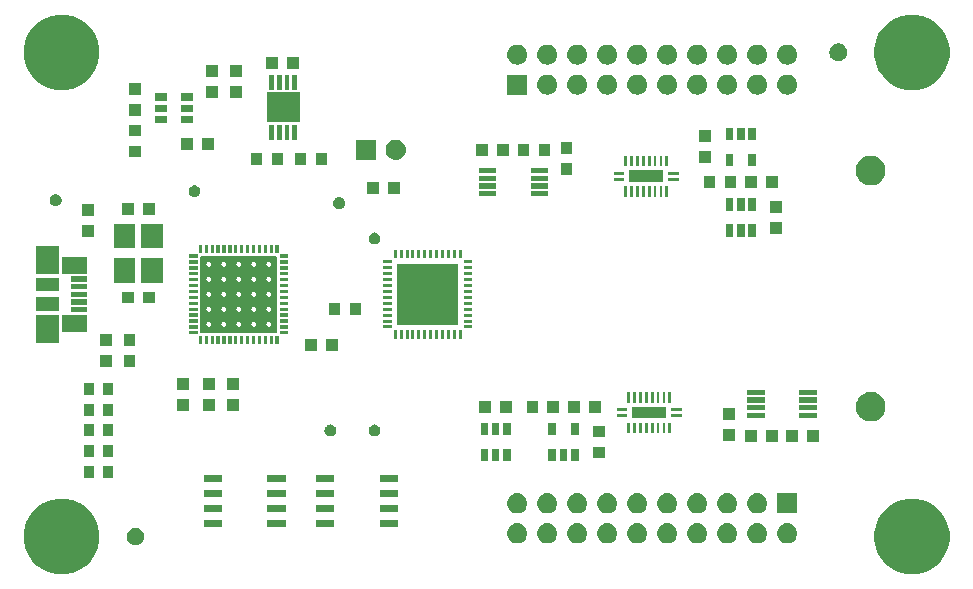
<source format=gts>
G04 #@! TF.GenerationSoftware,KiCad,Pcbnew,5.0.0-rc1-44a33f2~62~ubuntu18.04.1*
G04 #@! TF.CreationDate,2018-04-18T04:45:04+00:00*
G04 #@! TF.ProjectId,glasgow,676C6173676F772E6B696361645F7063,rev?*
G04 #@! TF.SameCoordinates,Original*
G04 #@! TF.FileFunction,Soldermask,Top*
G04 #@! TF.FilePolarity,Negative*
%FSLAX46Y46*%
G04 Gerber Fmt 4.6, Leading zero omitted, Abs format (unit mm)*
G04 Created by KiCad (PCBNEW 5.0.0-rc1-44a33f2~62~ubuntu18.04.1) date Wed Apr 18 04:45:04 2018*
%MOMM*%
%LPD*%
G01*
G04 APERTURE LIST*
%ADD10C,0.150000*%
%ADD11C,0.863600*%
%ADD12C,0.431800*%
%ADD13C,0.100000*%
G04 APERTURE END LIST*
D10*
G36*
X72175000Y-98675000D02*
X71921000Y-98675000D01*
X71921000Y-92325000D01*
X72175000Y-92325000D01*
X72175000Y-98675000D01*
G37*
X72175000Y-98675000D02*
X71921000Y-98675000D01*
X71921000Y-92325000D01*
X72175000Y-92325000D01*
X72175000Y-98675000D01*
G36*
X65825000Y-98675000D02*
X65825000Y-98421000D01*
X72175000Y-98421000D01*
X72175000Y-98675000D01*
X65825000Y-98675000D01*
G37*
X65825000Y-98675000D02*
X65825000Y-98421000D01*
X72175000Y-98421000D01*
X72175000Y-98675000D01*
X65825000Y-98675000D01*
G36*
X65825000Y-92325000D02*
X66079000Y-92325000D01*
X66079000Y-98675000D01*
X65825000Y-98675000D01*
X65825000Y-92325000D01*
G37*
X65825000Y-92325000D02*
X66079000Y-92325000D01*
X66079000Y-98675000D01*
X65825000Y-98675000D01*
X65825000Y-92325000D01*
G36*
X72175000Y-92325000D02*
X72175000Y-92579000D01*
X65825000Y-92579000D01*
X65825000Y-92325000D01*
X72175000Y-92325000D01*
G37*
X72175000Y-92325000D02*
X72175000Y-92579000D01*
X65825000Y-92579000D01*
X65825000Y-92325000D01*
X72175000Y-92325000D01*
D11*
X66460000Y-93595000D02*
X71540000Y-93595000D01*
X66460000Y-94865000D02*
X71540000Y-94865000D01*
X66460000Y-96135000D02*
X71540000Y-96135000D01*
X66460000Y-97405000D02*
X71540000Y-97405000D01*
X70905000Y-92960000D02*
X70905000Y-98040000D01*
X69635000Y-92960000D02*
X69635000Y-98040000D01*
X68365000Y-92960000D02*
X68365000Y-98040000D01*
X67095000Y-92960000D02*
X67095000Y-98040000D01*
D12*
X71959100Y-92960000D02*
G75*
G03X71959100Y-92960000I-419100J0D01*
G01*
X71959100Y-94230000D02*
G75*
G03X71959100Y-94230000I-419100J0D01*
G01*
X70689100Y-94230000D02*
G75*
G03X70689100Y-94230000I-419100J0D01*
G01*
X70689100Y-92960000D02*
G75*
G03X70689100Y-92960000I-419100J0D01*
G01*
X69419100Y-94230000D02*
G75*
G03X69419100Y-94230000I-419100J0D01*
G01*
X69419100Y-92960000D02*
G75*
G03X69419100Y-92960000I-419100J0D01*
G01*
X68149100Y-94230000D02*
G75*
G03X68149100Y-94230000I-419100J0D01*
G01*
X68149100Y-92960000D02*
G75*
G03X68149100Y-92960000I-419100J0D01*
G01*
X66879100Y-92960000D02*
G75*
G03X66879100Y-92960000I-419100J0D01*
G01*
X66879100Y-94230000D02*
G75*
G03X66879100Y-94230000I-419100J0D01*
G01*
X66879100Y-98040000D02*
G75*
G03X66879100Y-98040000I-419100J0D01*
G01*
X68149100Y-98040000D02*
G75*
G03X68149100Y-98040000I-419100J0D01*
G01*
X69419100Y-98040000D02*
G75*
G03X69419100Y-98040000I-419100J0D01*
G01*
X70689100Y-98040000D02*
G75*
G03X70689100Y-98040000I-419100J0D01*
G01*
X71959100Y-98040000D02*
G75*
G03X71959100Y-98040000I-419100J0D01*
G01*
X71959100Y-96770000D02*
G75*
G03X71959100Y-96770000I-419100J0D01*
G01*
X71959100Y-95500000D02*
G75*
G03X71959100Y-95500000I-419100J0D01*
G01*
X70689100Y-95500000D02*
G75*
G03X70689100Y-95500000I-419100J0D01*
G01*
X70689100Y-96770000D02*
G75*
G03X70689100Y-96770000I-419100J0D01*
G01*
X69419100Y-96770000D02*
G75*
G03X69419100Y-96770000I-419100J0D01*
G01*
X68149100Y-96770000D02*
G75*
G03X68149100Y-96770000I-419100J0D01*
G01*
X66879100Y-96770000D02*
G75*
G03X66879100Y-96770000I-419100J0D01*
G01*
X66879100Y-95500000D02*
G75*
G03X66879100Y-95500000I-419100J0D01*
G01*
X69419100Y-95500000D02*
G75*
G03X69419100Y-95500000I-419100J0D01*
G01*
X68149100Y-95500000D02*
G75*
G03X68149100Y-95500000I-419100J0D01*
G01*
D13*
G36*
X126933402Y-112922974D02*
X126933404Y-112922975D01*
X126933405Y-112922975D01*
X127175783Y-113023371D01*
X127515770Y-113164198D01*
X127554385Y-113190000D01*
X128039881Y-113514398D01*
X128485602Y-113960119D01*
X128835803Y-114484232D01*
X128885827Y-114605000D01*
X129077026Y-115066598D01*
X129200000Y-115684825D01*
X129200000Y-116315175D01*
X129077026Y-116933402D01*
X128835802Y-117515770D01*
X128485603Y-118039880D01*
X128039880Y-118485603D01*
X127515770Y-118835802D01*
X127515769Y-118835803D01*
X127515768Y-118835803D01*
X126933405Y-119077025D01*
X126933404Y-119077025D01*
X126933402Y-119077026D01*
X126315175Y-119200000D01*
X125684825Y-119200000D01*
X125066598Y-119077026D01*
X125066596Y-119077025D01*
X125066595Y-119077025D01*
X124484232Y-118835803D01*
X124484231Y-118835803D01*
X124484230Y-118835802D01*
X123960120Y-118485603D01*
X123514397Y-118039880D01*
X123164198Y-117515770D01*
X122922974Y-116933402D01*
X122800000Y-116315175D01*
X122800000Y-115684825D01*
X122922974Y-115066598D01*
X123114174Y-114605000D01*
X123164197Y-114484232D01*
X123514398Y-113960119D01*
X123960119Y-113514398D01*
X124445615Y-113190000D01*
X124484230Y-113164198D01*
X124824217Y-113023371D01*
X125066595Y-112922975D01*
X125066596Y-112922975D01*
X125066598Y-112922974D01*
X125684825Y-112800000D01*
X126315175Y-112800000D01*
X126933402Y-112922974D01*
X126933402Y-112922974D01*
G37*
G36*
X54933402Y-112922974D02*
X54933404Y-112922975D01*
X54933405Y-112922975D01*
X55175783Y-113023371D01*
X55515770Y-113164198D01*
X55554385Y-113190000D01*
X56039881Y-113514398D01*
X56485602Y-113960119D01*
X56835803Y-114484232D01*
X56885827Y-114605000D01*
X57077026Y-115066598D01*
X57200000Y-115684825D01*
X57200000Y-116315175D01*
X57077026Y-116933402D01*
X56835802Y-117515770D01*
X56485603Y-118039880D01*
X56039880Y-118485603D01*
X55515770Y-118835802D01*
X55515769Y-118835803D01*
X55515768Y-118835803D01*
X54933405Y-119077025D01*
X54933404Y-119077025D01*
X54933402Y-119077026D01*
X54315175Y-119200000D01*
X53684825Y-119200000D01*
X53066598Y-119077026D01*
X53066596Y-119077025D01*
X53066595Y-119077025D01*
X52484232Y-118835803D01*
X52484231Y-118835803D01*
X52484230Y-118835802D01*
X51960120Y-118485603D01*
X51514397Y-118039880D01*
X51164198Y-117515770D01*
X50922974Y-116933402D01*
X50800000Y-116315175D01*
X50800000Y-115684825D01*
X50922974Y-115066598D01*
X51114174Y-114605000D01*
X51164197Y-114484232D01*
X51514398Y-113960119D01*
X51960119Y-113514398D01*
X52445615Y-113190000D01*
X52484230Y-113164198D01*
X52824217Y-113023371D01*
X53066595Y-112922975D01*
X53066596Y-112922975D01*
X53066598Y-112922974D01*
X53684825Y-112800000D01*
X54315175Y-112800000D01*
X54933402Y-112922974D01*
X54933402Y-112922974D01*
G37*
G36*
X60468763Y-115278821D02*
X60468764Y-115278821D01*
X60468767Y-115278822D01*
X60605258Y-115335359D01*
X60605260Y-115335360D01*
X60728096Y-115417436D01*
X60832563Y-115521903D01*
X60914641Y-115644742D01*
X60971178Y-115781233D01*
X61000000Y-115926131D01*
X61000000Y-116073869D01*
X60971178Y-116218767D01*
X60931245Y-116315172D01*
X60914640Y-116355260D01*
X60832564Y-116478096D01*
X60728096Y-116582564D01*
X60605260Y-116664640D01*
X60605259Y-116664641D01*
X60605258Y-116664641D01*
X60468767Y-116721178D01*
X60468764Y-116721179D01*
X60468763Y-116721179D01*
X60323871Y-116750000D01*
X60176129Y-116750000D01*
X60031237Y-116721179D01*
X60031236Y-116721179D01*
X60031233Y-116721178D01*
X59894742Y-116664641D01*
X59894741Y-116664641D01*
X59894740Y-116664640D01*
X59771904Y-116582564D01*
X59667436Y-116478096D01*
X59585360Y-116355260D01*
X59568755Y-116315172D01*
X59528822Y-116218767D01*
X59500000Y-116073869D01*
X59500000Y-115926131D01*
X59528822Y-115781233D01*
X59585359Y-115644742D01*
X59667437Y-115521903D01*
X59771904Y-115417436D01*
X59894740Y-115335360D01*
X59894742Y-115335359D01*
X60031233Y-115278822D01*
X60031236Y-115278821D01*
X60031237Y-115278821D01*
X60176129Y-115250000D01*
X60323871Y-115250000D01*
X60468763Y-115278821D01*
X60468763Y-115278821D01*
G37*
G36*
X107976629Y-114892299D02*
X108136855Y-114940903D01*
X108284519Y-115019830D01*
X108413948Y-115126052D01*
X108520170Y-115255481D01*
X108599097Y-115403145D01*
X108647701Y-115563371D01*
X108664113Y-115730000D01*
X108647701Y-115896629D01*
X108599097Y-116056855D01*
X108520170Y-116204519D01*
X108413948Y-116333948D01*
X108284519Y-116440170D01*
X108136855Y-116519097D01*
X107976629Y-116567701D01*
X107851756Y-116580000D01*
X107768244Y-116580000D01*
X107643371Y-116567701D01*
X107483145Y-116519097D01*
X107335481Y-116440170D01*
X107206052Y-116333948D01*
X107099830Y-116204519D01*
X107020903Y-116056855D01*
X106972299Y-115896629D01*
X106955887Y-115730000D01*
X106972299Y-115563371D01*
X107020903Y-115403145D01*
X107099830Y-115255481D01*
X107206052Y-115126052D01*
X107335481Y-115019830D01*
X107483145Y-114940903D01*
X107643371Y-114892299D01*
X107768244Y-114880000D01*
X107851756Y-114880000D01*
X107976629Y-114892299D01*
X107976629Y-114892299D01*
G37*
G36*
X110516629Y-114892299D02*
X110676855Y-114940903D01*
X110824519Y-115019830D01*
X110953948Y-115126052D01*
X111060170Y-115255481D01*
X111139097Y-115403145D01*
X111187701Y-115563371D01*
X111204113Y-115730000D01*
X111187701Y-115896629D01*
X111139097Y-116056855D01*
X111060170Y-116204519D01*
X110953948Y-116333948D01*
X110824519Y-116440170D01*
X110676855Y-116519097D01*
X110516629Y-116567701D01*
X110391756Y-116580000D01*
X110308244Y-116580000D01*
X110183371Y-116567701D01*
X110023145Y-116519097D01*
X109875481Y-116440170D01*
X109746052Y-116333948D01*
X109639830Y-116204519D01*
X109560903Y-116056855D01*
X109512299Y-115896629D01*
X109495887Y-115730000D01*
X109512299Y-115563371D01*
X109560903Y-115403145D01*
X109639830Y-115255481D01*
X109746052Y-115126052D01*
X109875481Y-115019830D01*
X110023145Y-114940903D01*
X110183371Y-114892299D01*
X110308244Y-114880000D01*
X110391756Y-114880000D01*
X110516629Y-114892299D01*
X110516629Y-114892299D01*
G37*
G36*
X105436629Y-114892299D02*
X105596855Y-114940903D01*
X105744519Y-115019830D01*
X105873948Y-115126052D01*
X105980170Y-115255481D01*
X106059097Y-115403145D01*
X106107701Y-115563371D01*
X106124113Y-115730000D01*
X106107701Y-115896629D01*
X106059097Y-116056855D01*
X105980170Y-116204519D01*
X105873948Y-116333948D01*
X105744519Y-116440170D01*
X105596855Y-116519097D01*
X105436629Y-116567701D01*
X105311756Y-116580000D01*
X105228244Y-116580000D01*
X105103371Y-116567701D01*
X104943145Y-116519097D01*
X104795481Y-116440170D01*
X104666052Y-116333948D01*
X104559830Y-116204519D01*
X104480903Y-116056855D01*
X104432299Y-115896629D01*
X104415887Y-115730000D01*
X104432299Y-115563371D01*
X104480903Y-115403145D01*
X104559830Y-115255481D01*
X104666052Y-115126052D01*
X104795481Y-115019830D01*
X104943145Y-114940903D01*
X105103371Y-114892299D01*
X105228244Y-114880000D01*
X105311756Y-114880000D01*
X105436629Y-114892299D01*
X105436629Y-114892299D01*
G37*
G36*
X102896629Y-114892299D02*
X103056855Y-114940903D01*
X103204519Y-115019830D01*
X103333948Y-115126052D01*
X103440170Y-115255481D01*
X103519097Y-115403145D01*
X103567701Y-115563371D01*
X103584113Y-115730000D01*
X103567701Y-115896629D01*
X103519097Y-116056855D01*
X103440170Y-116204519D01*
X103333948Y-116333948D01*
X103204519Y-116440170D01*
X103056855Y-116519097D01*
X102896629Y-116567701D01*
X102771756Y-116580000D01*
X102688244Y-116580000D01*
X102563371Y-116567701D01*
X102403145Y-116519097D01*
X102255481Y-116440170D01*
X102126052Y-116333948D01*
X102019830Y-116204519D01*
X101940903Y-116056855D01*
X101892299Y-115896629D01*
X101875887Y-115730000D01*
X101892299Y-115563371D01*
X101940903Y-115403145D01*
X102019830Y-115255481D01*
X102126052Y-115126052D01*
X102255481Y-115019830D01*
X102403145Y-114940903D01*
X102563371Y-114892299D01*
X102688244Y-114880000D01*
X102771756Y-114880000D01*
X102896629Y-114892299D01*
X102896629Y-114892299D01*
G37*
G36*
X100356629Y-114892299D02*
X100516855Y-114940903D01*
X100664519Y-115019830D01*
X100793948Y-115126052D01*
X100900170Y-115255481D01*
X100979097Y-115403145D01*
X101027701Y-115563371D01*
X101044113Y-115730000D01*
X101027701Y-115896629D01*
X100979097Y-116056855D01*
X100900170Y-116204519D01*
X100793948Y-116333948D01*
X100664519Y-116440170D01*
X100516855Y-116519097D01*
X100356629Y-116567701D01*
X100231756Y-116580000D01*
X100148244Y-116580000D01*
X100023371Y-116567701D01*
X99863145Y-116519097D01*
X99715481Y-116440170D01*
X99586052Y-116333948D01*
X99479830Y-116204519D01*
X99400903Y-116056855D01*
X99352299Y-115896629D01*
X99335887Y-115730000D01*
X99352299Y-115563371D01*
X99400903Y-115403145D01*
X99479830Y-115255481D01*
X99586052Y-115126052D01*
X99715481Y-115019830D01*
X99863145Y-114940903D01*
X100023371Y-114892299D01*
X100148244Y-114880000D01*
X100231756Y-114880000D01*
X100356629Y-114892299D01*
X100356629Y-114892299D01*
G37*
G36*
X95276629Y-114892299D02*
X95436855Y-114940903D01*
X95584519Y-115019830D01*
X95713948Y-115126052D01*
X95820170Y-115255481D01*
X95899097Y-115403145D01*
X95947701Y-115563371D01*
X95964113Y-115730000D01*
X95947701Y-115896629D01*
X95899097Y-116056855D01*
X95820170Y-116204519D01*
X95713948Y-116333948D01*
X95584519Y-116440170D01*
X95436855Y-116519097D01*
X95276629Y-116567701D01*
X95151756Y-116580000D01*
X95068244Y-116580000D01*
X94943371Y-116567701D01*
X94783145Y-116519097D01*
X94635481Y-116440170D01*
X94506052Y-116333948D01*
X94399830Y-116204519D01*
X94320903Y-116056855D01*
X94272299Y-115896629D01*
X94255887Y-115730000D01*
X94272299Y-115563371D01*
X94320903Y-115403145D01*
X94399830Y-115255481D01*
X94506052Y-115126052D01*
X94635481Y-115019830D01*
X94783145Y-114940903D01*
X94943371Y-114892299D01*
X95068244Y-114880000D01*
X95151756Y-114880000D01*
X95276629Y-114892299D01*
X95276629Y-114892299D01*
G37*
G36*
X92736629Y-114892299D02*
X92896855Y-114940903D01*
X93044519Y-115019830D01*
X93173948Y-115126052D01*
X93280170Y-115255481D01*
X93359097Y-115403145D01*
X93407701Y-115563371D01*
X93424113Y-115730000D01*
X93407701Y-115896629D01*
X93359097Y-116056855D01*
X93280170Y-116204519D01*
X93173948Y-116333948D01*
X93044519Y-116440170D01*
X92896855Y-116519097D01*
X92736629Y-116567701D01*
X92611756Y-116580000D01*
X92528244Y-116580000D01*
X92403371Y-116567701D01*
X92243145Y-116519097D01*
X92095481Y-116440170D01*
X91966052Y-116333948D01*
X91859830Y-116204519D01*
X91780903Y-116056855D01*
X91732299Y-115896629D01*
X91715887Y-115730000D01*
X91732299Y-115563371D01*
X91780903Y-115403145D01*
X91859830Y-115255481D01*
X91966052Y-115126052D01*
X92095481Y-115019830D01*
X92243145Y-114940903D01*
X92403371Y-114892299D01*
X92528244Y-114880000D01*
X92611756Y-114880000D01*
X92736629Y-114892299D01*
X92736629Y-114892299D01*
G37*
G36*
X113056629Y-114892299D02*
X113216855Y-114940903D01*
X113364519Y-115019830D01*
X113493948Y-115126052D01*
X113600170Y-115255481D01*
X113679097Y-115403145D01*
X113727701Y-115563371D01*
X113744113Y-115730000D01*
X113727701Y-115896629D01*
X113679097Y-116056855D01*
X113600170Y-116204519D01*
X113493948Y-116333948D01*
X113364519Y-116440170D01*
X113216855Y-116519097D01*
X113056629Y-116567701D01*
X112931756Y-116580000D01*
X112848244Y-116580000D01*
X112723371Y-116567701D01*
X112563145Y-116519097D01*
X112415481Y-116440170D01*
X112286052Y-116333948D01*
X112179830Y-116204519D01*
X112100903Y-116056855D01*
X112052299Y-115896629D01*
X112035887Y-115730000D01*
X112052299Y-115563371D01*
X112100903Y-115403145D01*
X112179830Y-115255481D01*
X112286052Y-115126052D01*
X112415481Y-115019830D01*
X112563145Y-114940903D01*
X112723371Y-114892299D01*
X112848244Y-114880000D01*
X112931756Y-114880000D01*
X113056629Y-114892299D01*
X113056629Y-114892299D01*
G37*
G36*
X115596629Y-114892299D02*
X115756855Y-114940903D01*
X115904519Y-115019830D01*
X116033948Y-115126052D01*
X116140170Y-115255481D01*
X116219097Y-115403145D01*
X116267701Y-115563371D01*
X116284113Y-115730000D01*
X116267701Y-115896629D01*
X116219097Y-116056855D01*
X116140170Y-116204519D01*
X116033948Y-116333948D01*
X115904519Y-116440170D01*
X115756855Y-116519097D01*
X115596629Y-116567701D01*
X115471756Y-116580000D01*
X115388244Y-116580000D01*
X115263371Y-116567701D01*
X115103145Y-116519097D01*
X114955481Y-116440170D01*
X114826052Y-116333948D01*
X114719830Y-116204519D01*
X114640903Y-116056855D01*
X114592299Y-115896629D01*
X114575887Y-115730000D01*
X114592299Y-115563371D01*
X114640903Y-115403145D01*
X114719830Y-115255481D01*
X114826052Y-115126052D01*
X114955481Y-115019830D01*
X115103145Y-114940903D01*
X115263371Y-114892299D01*
X115388244Y-114880000D01*
X115471756Y-114880000D01*
X115596629Y-114892299D01*
X115596629Y-114892299D01*
G37*
G36*
X97816629Y-114892299D02*
X97976855Y-114940903D01*
X98124519Y-115019830D01*
X98253948Y-115126052D01*
X98360170Y-115255481D01*
X98439097Y-115403145D01*
X98487701Y-115563371D01*
X98504113Y-115730000D01*
X98487701Y-115896629D01*
X98439097Y-116056855D01*
X98360170Y-116204519D01*
X98253948Y-116333948D01*
X98124519Y-116440170D01*
X97976855Y-116519097D01*
X97816629Y-116567701D01*
X97691756Y-116580000D01*
X97608244Y-116580000D01*
X97483371Y-116567701D01*
X97323145Y-116519097D01*
X97175481Y-116440170D01*
X97046052Y-116333948D01*
X96939830Y-116204519D01*
X96860903Y-116056855D01*
X96812299Y-115896629D01*
X96795887Y-115730000D01*
X96812299Y-115563371D01*
X96860903Y-115403145D01*
X96939830Y-115255481D01*
X97046052Y-115126052D01*
X97175481Y-115019830D01*
X97323145Y-114940903D01*
X97483371Y-114892299D01*
X97608244Y-114880000D01*
X97691756Y-114880000D01*
X97816629Y-114892299D01*
X97816629Y-114892299D01*
G37*
G36*
X72975000Y-115205000D02*
X71425000Y-115205000D01*
X71425000Y-114605000D01*
X72975000Y-114605000D01*
X72975000Y-115205000D01*
X72975000Y-115205000D01*
G37*
G36*
X67575000Y-115205000D02*
X66025000Y-115205000D01*
X66025000Y-114605000D01*
X67575000Y-114605000D01*
X67575000Y-115205000D01*
X67575000Y-115205000D01*
G37*
G36*
X77075000Y-115205000D02*
X75525000Y-115205000D01*
X75525000Y-114605000D01*
X77075000Y-114605000D01*
X77075000Y-115205000D01*
X77075000Y-115205000D01*
G37*
G36*
X82475000Y-115205000D02*
X80925000Y-115205000D01*
X80925000Y-114605000D01*
X82475000Y-114605000D01*
X82475000Y-115205000D01*
X82475000Y-115205000D01*
G37*
G36*
X107976629Y-112352299D02*
X108136855Y-112400903D01*
X108284519Y-112479830D01*
X108413948Y-112586052D01*
X108520170Y-112715481D01*
X108599097Y-112863145D01*
X108647701Y-113023371D01*
X108664113Y-113190000D01*
X108647701Y-113356629D01*
X108599097Y-113516855D01*
X108520170Y-113664519D01*
X108413948Y-113793948D01*
X108284519Y-113900170D01*
X108136855Y-113979097D01*
X107976629Y-114027701D01*
X107851756Y-114040000D01*
X107768244Y-114040000D01*
X107643371Y-114027701D01*
X107483145Y-113979097D01*
X107335481Y-113900170D01*
X107206052Y-113793948D01*
X107099830Y-113664519D01*
X107020903Y-113516855D01*
X106972299Y-113356629D01*
X106955887Y-113190000D01*
X106972299Y-113023371D01*
X107020903Y-112863145D01*
X107099830Y-112715481D01*
X107206052Y-112586052D01*
X107335481Y-112479830D01*
X107483145Y-112400903D01*
X107643371Y-112352299D01*
X107768244Y-112340000D01*
X107851756Y-112340000D01*
X107976629Y-112352299D01*
X107976629Y-112352299D01*
G37*
G36*
X113056629Y-112352299D02*
X113216855Y-112400903D01*
X113364519Y-112479830D01*
X113493948Y-112586052D01*
X113600170Y-112715481D01*
X113679097Y-112863145D01*
X113727701Y-113023371D01*
X113744113Y-113190000D01*
X113727701Y-113356629D01*
X113679097Y-113516855D01*
X113600170Y-113664519D01*
X113493948Y-113793948D01*
X113364519Y-113900170D01*
X113216855Y-113979097D01*
X113056629Y-114027701D01*
X112931756Y-114040000D01*
X112848244Y-114040000D01*
X112723371Y-114027701D01*
X112563145Y-113979097D01*
X112415481Y-113900170D01*
X112286052Y-113793948D01*
X112179830Y-113664519D01*
X112100903Y-113516855D01*
X112052299Y-113356629D01*
X112035887Y-113190000D01*
X112052299Y-113023371D01*
X112100903Y-112863145D01*
X112179830Y-112715481D01*
X112286052Y-112586052D01*
X112415481Y-112479830D01*
X112563145Y-112400903D01*
X112723371Y-112352299D01*
X112848244Y-112340000D01*
X112931756Y-112340000D01*
X113056629Y-112352299D01*
X113056629Y-112352299D01*
G37*
G36*
X116280000Y-114040000D02*
X114580000Y-114040000D01*
X114580000Y-112340000D01*
X116280000Y-112340000D01*
X116280000Y-114040000D01*
X116280000Y-114040000D01*
G37*
G36*
X110516629Y-112352299D02*
X110676855Y-112400903D01*
X110824519Y-112479830D01*
X110953948Y-112586052D01*
X111060170Y-112715481D01*
X111139097Y-112863145D01*
X111187701Y-113023371D01*
X111204113Y-113190000D01*
X111187701Y-113356629D01*
X111139097Y-113516855D01*
X111060170Y-113664519D01*
X110953948Y-113793948D01*
X110824519Y-113900170D01*
X110676855Y-113979097D01*
X110516629Y-114027701D01*
X110391756Y-114040000D01*
X110308244Y-114040000D01*
X110183371Y-114027701D01*
X110023145Y-113979097D01*
X109875481Y-113900170D01*
X109746052Y-113793948D01*
X109639830Y-113664519D01*
X109560903Y-113516855D01*
X109512299Y-113356629D01*
X109495887Y-113190000D01*
X109512299Y-113023371D01*
X109560903Y-112863145D01*
X109639830Y-112715481D01*
X109746052Y-112586052D01*
X109875481Y-112479830D01*
X110023145Y-112400903D01*
X110183371Y-112352299D01*
X110308244Y-112340000D01*
X110391756Y-112340000D01*
X110516629Y-112352299D01*
X110516629Y-112352299D01*
G37*
G36*
X92736629Y-112352299D02*
X92896855Y-112400903D01*
X93044519Y-112479830D01*
X93173948Y-112586052D01*
X93280170Y-112715481D01*
X93359097Y-112863145D01*
X93407701Y-113023371D01*
X93424113Y-113190000D01*
X93407701Y-113356629D01*
X93359097Y-113516855D01*
X93280170Y-113664519D01*
X93173948Y-113793948D01*
X93044519Y-113900170D01*
X92896855Y-113979097D01*
X92736629Y-114027701D01*
X92611756Y-114040000D01*
X92528244Y-114040000D01*
X92403371Y-114027701D01*
X92243145Y-113979097D01*
X92095481Y-113900170D01*
X91966052Y-113793948D01*
X91859830Y-113664519D01*
X91780903Y-113516855D01*
X91732299Y-113356629D01*
X91715887Y-113190000D01*
X91732299Y-113023371D01*
X91780903Y-112863145D01*
X91859830Y-112715481D01*
X91966052Y-112586052D01*
X92095481Y-112479830D01*
X92243145Y-112400903D01*
X92403371Y-112352299D01*
X92528244Y-112340000D01*
X92611756Y-112340000D01*
X92736629Y-112352299D01*
X92736629Y-112352299D01*
G37*
G36*
X105436629Y-112352299D02*
X105596855Y-112400903D01*
X105744519Y-112479830D01*
X105873948Y-112586052D01*
X105980170Y-112715481D01*
X106059097Y-112863145D01*
X106107701Y-113023371D01*
X106124113Y-113190000D01*
X106107701Y-113356629D01*
X106059097Y-113516855D01*
X105980170Y-113664519D01*
X105873948Y-113793948D01*
X105744519Y-113900170D01*
X105596855Y-113979097D01*
X105436629Y-114027701D01*
X105311756Y-114040000D01*
X105228244Y-114040000D01*
X105103371Y-114027701D01*
X104943145Y-113979097D01*
X104795481Y-113900170D01*
X104666052Y-113793948D01*
X104559830Y-113664519D01*
X104480903Y-113516855D01*
X104432299Y-113356629D01*
X104415887Y-113190000D01*
X104432299Y-113023371D01*
X104480903Y-112863145D01*
X104559830Y-112715481D01*
X104666052Y-112586052D01*
X104795481Y-112479830D01*
X104943145Y-112400903D01*
X105103371Y-112352299D01*
X105228244Y-112340000D01*
X105311756Y-112340000D01*
X105436629Y-112352299D01*
X105436629Y-112352299D01*
G37*
G36*
X102896629Y-112352299D02*
X103056855Y-112400903D01*
X103204519Y-112479830D01*
X103333948Y-112586052D01*
X103440170Y-112715481D01*
X103519097Y-112863145D01*
X103567701Y-113023371D01*
X103584113Y-113190000D01*
X103567701Y-113356629D01*
X103519097Y-113516855D01*
X103440170Y-113664519D01*
X103333948Y-113793948D01*
X103204519Y-113900170D01*
X103056855Y-113979097D01*
X102896629Y-114027701D01*
X102771756Y-114040000D01*
X102688244Y-114040000D01*
X102563371Y-114027701D01*
X102403145Y-113979097D01*
X102255481Y-113900170D01*
X102126052Y-113793948D01*
X102019830Y-113664519D01*
X101940903Y-113516855D01*
X101892299Y-113356629D01*
X101875887Y-113190000D01*
X101892299Y-113023371D01*
X101940903Y-112863145D01*
X102019830Y-112715481D01*
X102126052Y-112586052D01*
X102255481Y-112479830D01*
X102403145Y-112400903D01*
X102563371Y-112352299D01*
X102688244Y-112340000D01*
X102771756Y-112340000D01*
X102896629Y-112352299D01*
X102896629Y-112352299D01*
G37*
G36*
X95276629Y-112352299D02*
X95436855Y-112400903D01*
X95584519Y-112479830D01*
X95713948Y-112586052D01*
X95820170Y-112715481D01*
X95899097Y-112863145D01*
X95947701Y-113023371D01*
X95964113Y-113190000D01*
X95947701Y-113356629D01*
X95899097Y-113516855D01*
X95820170Y-113664519D01*
X95713948Y-113793948D01*
X95584519Y-113900170D01*
X95436855Y-113979097D01*
X95276629Y-114027701D01*
X95151756Y-114040000D01*
X95068244Y-114040000D01*
X94943371Y-114027701D01*
X94783145Y-113979097D01*
X94635481Y-113900170D01*
X94506052Y-113793948D01*
X94399830Y-113664519D01*
X94320903Y-113516855D01*
X94272299Y-113356629D01*
X94255887Y-113190000D01*
X94272299Y-113023371D01*
X94320903Y-112863145D01*
X94399830Y-112715481D01*
X94506052Y-112586052D01*
X94635481Y-112479830D01*
X94783145Y-112400903D01*
X94943371Y-112352299D01*
X95068244Y-112340000D01*
X95151756Y-112340000D01*
X95276629Y-112352299D01*
X95276629Y-112352299D01*
G37*
G36*
X100356629Y-112352299D02*
X100516855Y-112400903D01*
X100664519Y-112479830D01*
X100793948Y-112586052D01*
X100900170Y-112715481D01*
X100979097Y-112863145D01*
X101027701Y-113023371D01*
X101044113Y-113190000D01*
X101027701Y-113356629D01*
X100979097Y-113516855D01*
X100900170Y-113664519D01*
X100793948Y-113793948D01*
X100664519Y-113900170D01*
X100516855Y-113979097D01*
X100356629Y-114027701D01*
X100231756Y-114040000D01*
X100148244Y-114040000D01*
X100023371Y-114027701D01*
X99863145Y-113979097D01*
X99715481Y-113900170D01*
X99586052Y-113793948D01*
X99479830Y-113664519D01*
X99400903Y-113516855D01*
X99352299Y-113356629D01*
X99335887Y-113190000D01*
X99352299Y-113023371D01*
X99400903Y-112863145D01*
X99479830Y-112715481D01*
X99586052Y-112586052D01*
X99715481Y-112479830D01*
X99863145Y-112400903D01*
X100023371Y-112352299D01*
X100148244Y-112340000D01*
X100231756Y-112340000D01*
X100356629Y-112352299D01*
X100356629Y-112352299D01*
G37*
G36*
X97816629Y-112352299D02*
X97976855Y-112400903D01*
X98124519Y-112479830D01*
X98253948Y-112586052D01*
X98360170Y-112715481D01*
X98439097Y-112863145D01*
X98487701Y-113023371D01*
X98504113Y-113190000D01*
X98487701Y-113356629D01*
X98439097Y-113516855D01*
X98360170Y-113664519D01*
X98253948Y-113793948D01*
X98124519Y-113900170D01*
X97976855Y-113979097D01*
X97816629Y-114027701D01*
X97691756Y-114040000D01*
X97608244Y-114040000D01*
X97483371Y-114027701D01*
X97323145Y-113979097D01*
X97175481Y-113900170D01*
X97046052Y-113793948D01*
X96939830Y-113664519D01*
X96860903Y-113516855D01*
X96812299Y-113356629D01*
X96795887Y-113190000D01*
X96812299Y-113023371D01*
X96860903Y-112863145D01*
X96939830Y-112715481D01*
X97046052Y-112586052D01*
X97175481Y-112479830D01*
X97323145Y-112400903D01*
X97483371Y-112352299D01*
X97608244Y-112340000D01*
X97691756Y-112340000D01*
X97816629Y-112352299D01*
X97816629Y-112352299D01*
G37*
G36*
X77075000Y-113935000D02*
X75525000Y-113935000D01*
X75525000Y-113335000D01*
X77075000Y-113335000D01*
X77075000Y-113935000D01*
X77075000Y-113935000D01*
G37*
G36*
X72975000Y-113935000D02*
X71425000Y-113935000D01*
X71425000Y-113335000D01*
X72975000Y-113335000D01*
X72975000Y-113935000D01*
X72975000Y-113935000D01*
G37*
G36*
X67575000Y-113935000D02*
X66025000Y-113935000D01*
X66025000Y-113335000D01*
X67575000Y-113335000D01*
X67575000Y-113935000D01*
X67575000Y-113935000D01*
G37*
G36*
X82475000Y-113935000D02*
X80925000Y-113935000D01*
X80925000Y-113335000D01*
X82475000Y-113335000D01*
X82475000Y-113935000D01*
X82475000Y-113935000D01*
G37*
G36*
X82475000Y-112665000D02*
X80925000Y-112665000D01*
X80925000Y-112065000D01*
X82475000Y-112065000D01*
X82475000Y-112665000D01*
X82475000Y-112665000D01*
G37*
G36*
X77075000Y-112665000D02*
X75525000Y-112665000D01*
X75525000Y-112065000D01*
X77075000Y-112065000D01*
X77075000Y-112665000D01*
X77075000Y-112665000D01*
G37*
G36*
X67575000Y-112665000D02*
X66025000Y-112665000D01*
X66025000Y-112065000D01*
X67575000Y-112065000D01*
X67575000Y-112665000D01*
X67575000Y-112665000D01*
G37*
G36*
X72975000Y-112665000D02*
X71425000Y-112665000D01*
X71425000Y-112065000D01*
X72975000Y-112065000D01*
X72975000Y-112665000D01*
X72975000Y-112665000D01*
G37*
G36*
X82475000Y-111395000D02*
X80925000Y-111395000D01*
X80925000Y-110795000D01*
X82475000Y-110795000D01*
X82475000Y-111395000D01*
X82475000Y-111395000D01*
G37*
G36*
X77075000Y-111395000D02*
X75525000Y-111395000D01*
X75525000Y-110795000D01*
X77075000Y-110795000D01*
X77075000Y-111395000D01*
X77075000Y-111395000D01*
G37*
G36*
X72975000Y-111395000D02*
X71425000Y-111395000D01*
X71425000Y-110795000D01*
X72975000Y-110795000D01*
X72975000Y-111395000D01*
X72975000Y-111395000D01*
G37*
G36*
X67575000Y-111395000D02*
X66025000Y-111395000D01*
X66025000Y-110795000D01*
X67575000Y-110795000D01*
X67575000Y-111395000D01*
X67575000Y-111395000D01*
G37*
G36*
X56760000Y-111000000D02*
X55940000Y-111000000D01*
X55940000Y-110000000D01*
X56760000Y-110000000D01*
X56760000Y-111000000D01*
X56760000Y-111000000D01*
G37*
G36*
X58360000Y-111000000D02*
X57540000Y-111000000D01*
X57540000Y-110000000D01*
X58360000Y-110000000D01*
X58360000Y-111000000D01*
X58360000Y-111000000D01*
G37*
G36*
X95875000Y-109630000D02*
X95225000Y-109630000D01*
X95225000Y-108570000D01*
X95875000Y-108570000D01*
X95875000Y-109630000D01*
X95875000Y-109630000D01*
G37*
G36*
X97775000Y-109630000D02*
X97125000Y-109630000D01*
X97125000Y-108570000D01*
X97775000Y-108570000D01*
X97775000Y-109630000D01*
X97775000Y-109630000D01*
G37*
G36*
X96825000Y-109630000D02*
X96175000Y-109630000D01*
X96175000Y-108570000D01*
X96825000Y-108570000D01*
X96825000Y-109630000D01*
X96825000Y-109630000D01*
G37*
G36*
X91075000Y-109630000D02*
X90425000Y-109630000D01*
X90425000Y-108570000D01*
X91075000Y-108570000D01*
X91075000Y-109630000D01*
X91075000Y-109630000D01*
G37*
G36*
X92025000Y-109630000D02*
X91375000Y-109630000D01*
X91375000Y-108570000D01*
X92025000Y-108570000D01*
X92025000Y-109630000D01*
X92025000Y-109630000D01*
G37*
G36*
X90125000Y-109630000D02*
X89475000Y-109630000D01*
X89475000Y-108570000D01*
X90125000Y-108570000D01*
X90125000Y-109630000D01*
X90125000Y-109630000D01*
G37*
G36*
X100000000Y-109385000D02*
X99000000Y-109385000D01*
X99000000Y-108390000D01*
X100000000Y-108390000D01*
X100000000Y-109385000D01*
X100000000Y-109385000D01*
G37*
G36*
X56760000Y-109250000D02*
X55940000Y-109250000D01*
X55940000Y-108250000D01*
X56760000Y-108250000D01*
X56760000Y-109250000D01*
X56760000Y-109250000D01*
G37*
G36*
X58360000Y-109250000D02*
X57540000Y-109250000D01*
X57540000Y-108250000D01*
X58360000Y-108250000D01*
X58360000Y-109250000D01*
X58360000Y-109250000D01*
G37*
G36*
X112860000Y-107996000D02*
X111865000Y-107996000D01*
X111865000Y-106996000D01*
X112860000Y-106996000D01*
X112860000Y-107996000D01*
X112860000Y-107996000D01*
G37*
G36*
X118135000Y-107996000D02*
X117140000Y-107996000D01*
X117140000Y-106996000D01*
X118135000Y-106996000D01*
X118135000Y-107996000D01*
X118135000Y-107996000D01*
G37*
G36*
X116360000Y-107996000D02*
X115365000Y-107996000D01*
X115365000Y-106996000D01*
X116360000Y-106996000D01*
X116360000Y-107996000D01*
X116360000Y-107996000D01*
G37*
G36*
X114635000Y-107996000D02*
X113640000Y-107996000D01*
X113640000Y-106996000D01*
X114635000Y-106996000D01*
X114635000Y-107996000D01*
X114635000Y-107996000D01*
G37*
G36*
X111000000Y-107885000D02*
X110000000Y-107885000D01*
X110000000Y-106890000D01*
X111000000Y-106890000D01*
X111000000Y-107885000D01*
X111000000Y-107885000D01*
G37*
G36*
X100000000Y-107610000D02*
X99000000Y-107610000D01*
X99000000Y-106615000D01*
X100000000Y-106615000D01*
X100000000Y-107610000D01*
X100000000Y-107610000D01*
G37*
G36*
X58360000Y-107500000D02*
X57540000Y-107500000D01*
X57540000Y-106500000D01*
X58360000Y-106500000D01*
X58360000Y-107500000D01*
X58360000Y-107500000D01*
G37*
G36*
X80645841Y-106519214D02*
X80645842Y-106519214D01*
X80645845Y-106519215D01*
X80736839Y-106556906D01*
X80818731Y-106611625D01*
X80888375Y-106681269D01*
X80943094Y-106763161D01*
X80980785Y-106854155D01*
X81000000Y-106950754D01*
X81000000Y-107049246D01*
X80980785Y-107145845D01*
X80943094Y-107236839D01*
X80888375Y-107318731D01*
X80818731Y-107388375D01*
X80736839Y-107443094D01*
X80645845Y-107480785D01*
X80645842Y-107480786D01*
X80645841Y-107480786D01*
X80549248Y-107500000D01*
X80450752Y-107500000D01*
X80354159Y-107480786D01*
X80354158Y-107480786D01*
X80354155Y-107480785D01*
X80263161Y-107443094D01*
X80181269Y-107388375D01*
X80111625Y-107318731D01*
X80056906Y-107236839D01*
X80019215Y-107145845D01*
X80000000Y-107049246D01*
X80000000Y-106950754D01*
X80019215Y-106854155D01*
X80056906Y-106763161D01*
X80111625Y-106681269D01*
X80181269Y-106611625D01*
X80263161Y-106556906D01*
X80354155Y-106519215D01*
X80354158Y-106519214D01*
X80354159Y-106519214D01*
X80450752Y-106500000D01*
X80549248Y-106500000D01*
X80645841Y-106519214D01*
X80645841Y-106519214D01*
G37*
G36*
X56760000Y-107500000D02*
X55940000Y-107500000D01*
X55940000Y-106500000D01*
X56760000Y-106500000D01*
X56760000Y-107500000D01*
X56760000Y-107500000D01*
G37*
G36*
X76895841Y-106519214D02*
X76895842Y-106519214D01*
X76895845Y-106519215D01*
X76986839Y-106556906D01*
X77068731Y-106611625D01*
X77138375Y-106681269D01*
X77193094Y-106763161D01*
X77230785Y-106854155D01*
X77250000Y-106950754D01*
X77250000Y-107049246D01*
X77230785Y-107145845D01*
X77193094Y-107236839D01*
X77138375Y-107318731D01*
X77068731Y-107388375D01*
X76986839Y-107443094D01*
X76895845Y-107480785D01*
X76895842Y-107480786D01*
X76895841Y-107480786D01*
X76799248Y-107500000D01*
X76700752Y-107500000D01*
X76604159Y-107480786D01*
X76604158Y-107480786D01*
X76604155Y-107480785D01*
X76513161Y-107443094D01*
X76431269Y-107388375D01*
X76361625Y-107318731D01*
X76306906Y-107236839D01*
X76269215Y-107145845D01*
X76250000Y-107049246D01*
X76250000Y-106950754D01*
X76269215Y-106854155D01*
X76306906Y-106763161D01*
X76361625Y-106681269D01*
X76431269Y-106611625D01*
X76513161Y-106556906D01*
X76604155Y-106519215D01*
X76604158Y-106519214D01*
X76604159Y-106519214D01*
X76700752Y-106500000D01*
X76799248Y-106500000D01*
X76895841Y-106519214D01*
X76895841Y-106519214D01*
G37*
G36*
X90125000Y-107430000D02*
X89475000Y-107430000D01*
X89475000Y-106370000D01*
X90125000Y-106370000D01*
X90125000Y-107430000D01*
X90125000Y-107430000D01*
G37*
G36*
X91075000Y-107430000D02*
X90425000Y-107430000D01*
X90425000Y-106370000D01*
X91075000Y-106370000D01*
X91075000Y-107430000D01*
X91075000Y-107430000D01*
G37*
G36*
X92025000Y-107430000D02*
X91375000Y-107430000D01*
X91375000Y-106370000D01*
X92025000Y-106370000D01*
X92025000Y-107430000D01*
X92025000Y-107430000D01*
G37*
G36*
X97775000Y-107430000D02*
X97125000Y-107430000D01*
X97125000Y-106370000D01*
X97775000Y-106370000D01*
X97775000Y-107430000D01*
X97775000Y-107430000D01*
G37*
G36*
X95875000Y-107430000D02*
X95225000Y-107430000D01*
X95225000Y-106370000D01*
X95875000Y-106370000D01*
X95875000Y-107430000D01*
X95875000Y-107430000D01*
G37*
G36*
X105620000Y-107250000D02*
X105380000Y-107250000D01*
X105380000Y-106350000D01*
X105620000Y-106350000D01*
X105620000Y-107250000D01*
X105620000Y-107250000D01*
G37*
G36*
X105120000Y-107250000D02*
X104880000Y-107250000D01*
X104880000Y-106350000D01*
X105120000Y-106350000D01*
X105120000Y-107250000D01*
X105120000Y-107250000D01*
G37*
G36*
X104620000Y-107250000D02*
X104380000Y-107250000D01*
X104380000Y-106350000D01*
X104620000Y-106350000D01*
X104620000Y-107250000D01*
X104620000Y-107250000D01*
G37*
G36*
X103620000Y-107250000D02*
X103380000Y-107250000D01*
X103380000Y-106350000D01*
X103620000Y-106350000D01*
X103620000Y-107250000D01*
X103620000Y-107250000D01*
G37*
G36*
X102620000Y-107250000D02*
X102380000Y-107250000D01*
X102380000Y-106350000D01*
X102620000Y-106350000D01*
X102620000Y-107250000D01*
X102620000Y-107250000D01*
G37*
G36*
X104120000Y-107250000D02*
X103880000Y-107250000D01*
X103880000Y-106350000D01*
X104120000Y-106350000D01*
X104120000Y-107250000D01*
X104120000Y-107250000D01*
G37*
G36*
X103120000Y-107250000D02*
X102880000Y-107250000D01*
X102880000Y-106350000D01*
X103120000Y-106350000D01*
X103120000Y-107250000D01*
X103120000Y-107250000D01*
G37*
G36*
X102120000Y-107250000D02*
X101880000Y-107250000D01*
X101880000Y-106350000D01*
X102120000Y-106350000D01*
X102120000Y-107250000D01*
X102120000Y-107250000D01*
G37*
G36*
X122864608Y-103798036D02*
X122864610Y-103798037D01*
X122864611Y-103798037D01*
X123092097Y-103892265D01*
X123092099Y-103892266D01*
X123296827Y-104029061D01*
X123470939Y-104203173D01*
X123607734Y-104407901D01*
X123701964Y-104635392D01*
X123750000Y-104876884D01*
X123750000Y-105123116D01*
X123748631Y-105130000D01*
X123701963Y-105364611D01*
X123645883Y-105500000D01*
X123607734Y-105592099D01*
X123470939Y-105796827D01*
X123296827Y-105970939D01*
X123092099Y-106107734D01*
X123092098Y-106107735D01*
X123092097Y-106107735D01*
X122864611Y-106201963D01*
X122864610Y-106201963D01*
X122864608Y-106201964D01*
X122623116Y-106250000D01*
X122376884Y-106250000D01*
X122135392Y-106201964D01*
X122135390Y-106201963D01*
X122135389Y-106201963D01*
X121907903Y-106107735D01*
X121907902Y-106107735D01*
X121907901Y-106107734D01*
X121703173Y-105970939D01*
X121529061Y-105796827D01*
X121392266Y-105592099D01*
X121354117Y-105500000D01*
X121298037Y-105364611D01*
X121251370Y-105130000D01*
X121250000Y-105123116D01*
X121250000Y-104876884D01*
X121298036Y-104635392D01*
X121392266Y-104407901D01*
X121529061Y-104203173D01*
X121703173Y-104029061D01*
X121907901Y-103892266D01*
X121907903Y-103892265D01*
X122135389Y-103798037D01*
X122135390Y-103798037D01*
X122135392Y-103798036D01*
X122376884Y-103750000D01*
X122623116Y-103750000D01*
X122864608Y-103798036D01*
X122864608Y-103798036D01*
G37*
G36*
X111000000Y-106110000D02*
X110000000Y-106110000D01*
X110000000Y-105115000D01*
X111000000Y-105115000D01*
X111000000Y-106110000D01*
X111000000Y-106110000D01*
G37*
G36*
X105200000Y-106000000D02*
X102300000Y-106000000D01*
X102300000Y-105000000D01*
X105200000Y-105000000D01*
X105200000Y-106000000D01*
X105200000Y-106000000D01*
G37*
G36*
X117925000Y-105950000D02*
X116475000Y-105950000D01*
X116475000Y-105500000D01*
X117925000Y-105500000D01*
X117925000Y-105950000D01*
X117925000Y-105950000D01*
G37*
G36*
X113525000Y-105950000D02*
X112075000Y-105950000D01*
X112075000Y-105500000D01*
X113525000Y-105500000D01*
X113525000Y-105950000D01*
X113525000Y-105950000D01*
G37*
G36*
X101900000Y-105870000D02*
X101000000Y-105870000D01*
X101000000Y-105630000D01*
X101900000Y-105630000D01*
X101900000Y-105870000D01*
X101900000Y-105870000D01*
G37*
G36*
X106500000Y-105870000D02*
X105600000Y-105870000D01*
X105600000Y-105630000D01*
X106500000Y-105630000D01*
X106500000Y-105870000D01*
X106500000Y-105870000D01*
G37*
G36*
X58360000Y-105750000D02*
X57540000Y-105750000D01*
X57540000Y-104750000D01*
X58360000Y-104750000D01*
X58360000Y-105750000D01*
X58360000Y-105750000D01*
G37*
G36*
X56760000Y-105750000D02*
X55940000Y-105750000D01*
X55940000Y-104750000D01*
X56760000Y-104750000D01*
X56760000Y-105750000D01*
X56760000Y-105750000D01*
G37*
G36*
X96135000Y-105500000D02*
X95140000Y-105500000D01*
X95140000Y-104500000D01*
X96135000Y-104500000D01*
X96135000Y-105500000D01*
X96135000Y-105500000D01*
G37*
G36*
X90360000Y-105500000D02*
X89365000Y-105500000D01*
X89365000Y-104500000D01*
X90360000Y-104500000D01*
X90360000Y-105500000D01*
X90360000Y-105500000D01*
G37*
G36*
X92135000Y-105500000D02*
X91140000Y-105500000D01*
X91140000Y-104500000D01*
X92135000Y-104500000D01*
X92135000Y-105500000D01*
X92135000Y-105500000D01*
G37*
G36*
X94360000Y-105500000D02*
X93365000Y-105500000D01*
X93365000Y-104500000D01*
X94360000Y-104500000D01*
X94360000Y-105500000D01*
X94360000Y-105500000D01*
G37*
G36*
X97860000Y-105500000D02*
X96865000Y-105500000D01*
X96865000Y-104500000D01*
X97860000Y-104500000D01*
X97860000Y-105500000D01*
X97860000Y-105500000D01*
G37*
G36*
X99635000Y-105500000D02*
X98640000Y-105500000D01*
X98640000Y-104500000D01*
X99635000Y-104500000D01*
X99635000Y-105500000D01*
X99635000Y-105500000D01*
G37*
G36*
X64750000Y-105385000D02*
X63750000Y-105385000D01*
X63750000Y-104390000D01*
X64750000Y-104390000D01*
X64750000Y-105385000D01*
X64750000Y-105385000D01*
G37*
G36*
X67000000Y-105385000D02*
X66000000Y-105385000D01*
X66000000Y-104390000D01*
X67000000Y-104390000D01*
X67000000Y-105385000D01*
X67000000Y-105385000D01*
G37*
G36*
X69000000Y-105385000D02*
X68000000Y-105385000D01*
X68000000Y-104390000D01*
X69000000Y-104390000D01*
X69000000Y-105385000D01*
X69000000Y-105385000D01*
G37*
G36*
X106500000Y-105370000D02*
X105600000Y-105370000D01*
X105600000Y-105130000D01*
X106500000Y-105130000D01*
X106500000Y-105370000D01*
X106500000Y-105370000D01*
G37*
G36*
X101900000Y-105370000D02*
X101000000Y-105370000D01*
X101000000Y-105130000D01*
X101900000Y-105130000D01*
X101900000Y-105370000D01*
X101900000Y-105370000D01*
G37*
G36*
X117925000Y-105300000D02*
X116475000Y-105300000D01*
X116475000Y-104850000D01*
X117925000Y-104850000D01*
X117925000Y-105300000D01*
X117925000Y-105300000D01*
G37*
G36*
X113525000Y-105300000D02*
X112075000Y-105300000D01*
X112075000Y-104850000D01*
X113525000Y-104850000D01*
X113525000Y-105300000D01*
X113525000Y-105300000D01*
G37*
G36*
X113525000Y-104650000D02*
X112075000Y-104650000D01*
X112075000Y-104200000D01*
X113525000Y-104200000D01*
X113525000Y-104650000D01*
X113525000Y-104650000D01*
G37*
G36*
X105620000Y-104650000D02*
X105380000Y-104650000D01*
X105380000Y-103750000D01*
X105620000Y-103750000D01*
X105620000Y-104650000D01*
X105620000Y-104650000D01*
G37*
G36*
X105120000Y-104650000D02*
X104880000Y-104650000D01*
X104880000Y-103750000D01*
X105120000Y-103750000D01*
X105120000Y-104650000D01*
X105120000Y-104650000D01*
G37*
G36*
X104620000Y-104650000D02*
X104380000Y-104650000D01*
X104380000Y-103750000D01*
X104620000Y-103750000D01*
X104620000Y-104650000D01*
X104620000Y-104650000D01*
G37*
G36*
X103620000Y-104650000D02*
X103380000Y-104650000D01*
X103380000Y-103750000D01*
X103620000Y-103750000D01*
X103620000Y-104650000D01*
X103620000Y-104650000D01*
G37*
G36*
X117925000Y-104650000D02*
X116475000Y-104650000D01*
X116475000Y-104200000D01*
X117925000Y-104200000D01*
X117925000Y-104650000D01*
X117925000Y-104650000D01*
G37*
G36*
X103120000Y-104650000D02*
X102880000Y-104650000D01*
X102880000Y-103750000D01*
X103120000Y-103750000D01*
X103120000Y-104650000D01*
X103120000Y-104650000D01*
G37*
G36*
X102620000Y-104650000D02*
X102380000Y-104650000D01*
X102380000Y-103750000D01*
X102620000Y-103750000D01*
X102620000Y-104650000D01*
X102620000Y-104650000D01*
G37*
G36*
X102120000Y-104650000D02*
X101880000Y-104650000D01*
X101880000Y-103750000D01*
X102120000Y-103750000D01*
X102120000Y-104650000D01*
X102120000Y-104650000D01*
G37*
G36*
X104120000Y-104650000D02*
X103880000Y-104650000D01*
X103880000Y-103750000D01*
X104120000Y-103750000D01*
X104120000Y-104650000D01*
X104120000Y-104650000D01*
G37*
G36*
X113525000Y-104000000D02*
X112075000Y-104000000D01*
X112075000Y-103550000D01*
X113525000Y-103550000D01*
X113525000Y-104000000D01*
X113525000Y-104000000D01*
G37*
G36*
X117925000Y-104000000D02*
X116475000Y-104000000D01*
X116475000Y-103550000D01*
X117925000Y-103550000D01*
X117925000Y-104000000D01*
X117925000Y-104000000D01*
G37*
G36*
X56760000Y-104000000D02*
X55940000Y-104000000D01*
X55940000Y-103000000D01*
X56760000Y-103000000D01*
X56760000Y-104000000D01*
X56760000Y-104000000D01*
G37*
G36*
X58360000Y-104000000D02*
X57540000Y-104000000D01*
X57540000Y-103000000D01*
X58360000Y-103000000D01*
X58360000Y-104000000D01*
X58360000Y-104000000D01*
G37*
G36*
X69000000Y-103610000D02*
X68000000Y-103610000D01*
X68000000Y-102615000D01*
X69000000Y-102615000D01*
X69000000Y-103610000D01*
X69000000Y-103610000D01*
G37*
G36*
X67000000Y-103610000D02*
X66000000Y-103610000D01*
X66000000Y-102615000D01*
X67000000Y-102615000D01*
X67000000Y-103610000D01*
X67000000Y-103610000D01*
G37*
G36*
X64750000Y-103610000D02*
X63750000Y-103610000D01*
X63750000Y-102615000D01*
X64750000Y-102615000D01*
X64750000Y-103610000D01*
X64750000Y-103610000D01*
G37*
G36*
X60250000Y-101635000D02*
X59250000Y-101635000D01*
X59250000Y-100640000D01*
X60250000Y-100640000D01*
X60250000Y-101635000D01*
X60250000Y-101635000D01*
G37*
G36*
X58250000Y-101635000D02*
X57250000Y-101635000D01*
X57250000Y-100640000D01*
X58250000Y-100640000D01*
X58250000Y-101635000D01*
X58250000Y-101635000D01*
G37*
G36*
X77385000Y-100250000D02*
X76390000Y-100250000D01*
X76390000Y-99250000D01*
X77385000Y-99250000D01*
X77385000Y-100250000D01*
X77385000Y-100250000D01*
G37*
G36*
X75610000Y-100250000D02*
X74615000Y-100250000D01*
X74615000Y-99250000D01*
X75610000Y-99250000D01*
X75610000Y-100250000D01*
X75610000Y-100250000D01*
G37*
G36*
X60250000Y-99860000D02*
X59250000Y-99860000D01*
X59250000Y-98865000D01*
X60250000Y-98865000D01*
X60250000Y-99860000D01*
X60250000Y-99860000D01*
G37*
G36*
X58250000Y-99860000D02*
X57250000Y-99860000D01*
X57250000Y-98865000D01*
X58250000Y-98865000D01*
X58250000Y-99860000D01*
X58250000Y-99860000D01*
G37*
G36*
X67890000Y-99680000D02*
X67610000Y-99680000D01*
X67610000Y-98990000D01*
X67890000Y-98990000D01*
X67890000Y-99680000D01*
X67890000Y-99680000D01*
G37*
G36*
X71390000Y-99680000D02*
X71110000Y-99680000D01*
X71110000Y-98990000D01*
X71390000Y-98990000D01*
X71390000Y-99680000D01*
X71390000Y-99680000D01*
G37*
G36*
X71890000Y-99680000D02*
X71610000Y-99680000D01*
X71610000Y-98990000D01*
X71890000Y-98990000D01*
X71890000Y-99680000D01*
X71890000Y-99680000D01*
G37*
G36*
X72390000Y-99680000D02*
X72110000Y-99680000D01*
X72110000Y-98990000D01*
X72390000Y-98990000D01*
X72390000Y-99680000D01*
X72390000Y-99680000D01*
G37*
G36*
X67390000Y-99680000D02*
X67110000Y-99680000D01*
X67110000Y-98990000D01*
X67390000Y-98990000D01*
X67390000Y-99680000D01*
X67390000Y-99680000D01*
G37*
G36*
X68390000Y-99680000D02*
X68110000Y-99680000D01*
X68110000Y-98990000D01*
X68390000Y-98990000D01*
X68390000Y-99680000D01*
X68390000Y-99680000D01*
G37*
G36*
X68890000Y-99680000D02*
X68610000Y-99680000D01*
X68610000Y-98990000D01*
X68890000Y-98990000D01*
X68890000Y-99680000D01*
X68890000Y-99680000D01*
G37*
G36*
X69390000Y-99680000D02*
X69110000Y-99680000D01*
X69110000Y-98990000D01*
X69390000Y-98990000D01*
X69390000Y-99680000D01*
X69390000Y-99680000D01*
G37*
G36*
X69890000Y-99680000D02*
X69610000Y-99680000D01*
X69610000Y-98990000D01*
X69890000Y-98990000D01*
X69890000Y-99680000D01*
X69890000Y-99680000D01*
G37*
G36*
X70390000Y-99680000D02*
X70110000Y-99680000D01*
X70110000Y-98990000D01*
X70390000Y-98990000D01*
X70390000Y-99680000D01*
X70390000Y-99680000D01*
G37*
G36*
X70890000Y-99680000D02*
X70610000Y-99680000D01*
X70610000Y-98990000D01*
X70890000Y-98990000D01*
X70890000Y-99680000D01*
X70890000Y-99680000D01*
G37*
G36*
X66390000Y-99680000D02*
X66110000Y-99680000D01*
X66110000Y-98990000D01*
X66390000Y-98990000D01*
X66390000Y-99680000D01*
X66390000Y-99680000D01*
G37*
G36*
X66890000Y-99680000D02*
X66610000Y-99680000D01*
X66610000Y-98990000D01*
X66890000Y-98990000D01*
X66890000Y-99680000D01*
X66890000Y-99680000D01*
G37*
G36*
X65890000Y-99680000D02*
X65610000Y-99680000D01*
X65610000Y-98990000D01*
X65890000Y-98990000D01*
X65890000Y-99680000D01*
X65890000Y-99680000D01*
G37*
G36*
X53750000Y-99597500D02*
X51850000Y-99597500D01*
X51850000Y-97222500D01*
X53750000Y-97222500D01*
X53750000Y-99597500D01*
X53750000Y-99597500D01*
G37*
G36*
X83875000Y-99250000D02*
X83625000Y-99250000D01*
X83625000Y-98550000D01*
X83875000Y-98550000D01*
X83875000Y-99250000D01*
X83875000Y-99250000D01*
G37*
G36*
X87875000Y-99250000D02*
X87625000Y-99250000D01*
X87625000Y-98550000D01*
X87875000Y-98550000D01*
X87875000Y-99250000D01*
X87875000Y-99250000D01*
G37*
G36*
X87375000Y-99250000D02*
X87125000Y-99250000D01*
X87125000Y-98550000D01*
X87375000Y-98550000D01*
X87375000Y-99250000D01*
X87375000Y-99250000D01*
G37*
G36*
X86875000Y-99250000D02*
X86625000Y-99250000D01*
X86625000Y-98550000D01*
X86875000Y-98550000D01*
X86875000Y-99250000D01*
X86875000Y-99250000D01*
G37*
G36*
X85875000Y-99250000D02*
X85625000Y-99250000D01*
X85625000Y-98550000D01*
X85875000Y-98550000D01*
X85875000Y-99250000D01*
X85875000Y-99250000D01*
G37*
G36*
X85375000Y-99250000D02*
X85125000Y-99250000D01*
X85125000Y-98550000D01*
X85375000Y-98550000D01*
X85375000Y-99250000D01*
X85375000Y-99250000D01*
G37*
G36*
X84375000Y-99250000D02*
X84125000Y-99250000D01*
X84125000Y-98550000D01*
X84375000Y-98550000D01*
X84375000Y-99250000D01*
X84375000Y-99250000D01*
G37*
G36*
X84875000Y-99250000D02*
X84625000Y-99250000D01*
X84625000Y-98550000D01*
X84875000Y-98550000D01*
X84875000Y-99250000D01*
X84875000Y-99250000D01*
G37*
G36*
X86375000Y-99250000D02*
X86125000Y-99250000D01*
X86125000Y-98550000D01*
X86375000Y-98550000D01*
X86375000Y-99250000D01*
X86375000Y-99250000D01*
G37*
G36*
X82375000Y-99250000D02*
X82125000Y-99250000D01*
X82125000Y-98550000D01*
X82375000Y-98550000D01*
X82375000Y-99250000D01*
X82375000Y-99250000D01*
G37*
G36*
X83375000Y-99250000D02*
X83125000Y-99250000D01*
X83125000Y-98550000D01*
X83375000Y-98550000D01*
X83375000Y-99250000D01*
X83375000Y-99250000D01*
G37*
G36*
X82875000Y-99250000D02*
X82625000Y-99250000D01*
X82625000Y-98550000D01*
X82875000Y-98550000D01*
X82875000Y-99250000D01*
X82875000Y-99250000D01*
G37*
G36*
X65510000Y-98890000D02*
X64820000Y-98890000D01*
X64820000Y-98610000D01*
X65510000Y-98610000D01*
X65510000Y-98890000D01*
X65510000Y-98890000D01*
G37*
G36*
X73180000Y-98890000D02*
X72490000Y-98890000D01*
X72490000Y-98610000D01*
X73180000Y-98610000D01*
X73180000Y-98890000D01*
X73180000Y-98890000D01*
G37*
G36*
X56150000Y-98700000D02*
X54050000Y-98700000D01*
X54050000Y-97225000D01*
X56150000Y-97225000D01*
X56150000Y-98700000D01*
X56150000Y-98700000D01*
G37*
G36*
X65510000Y-98390000D02*
X64820000Y-98390000D01*
X64820000Y-98110000D01*
X65510000Y-98110000D01*
X65510000Y-98390000D01*
X65510000Y-98390000D01*
G37*
G36*
X73180000Y-98390000D02*
X72490000Y-98390000D01*
X72490000Y-98110000D01*
X73180000Y-98110000D01*
X73180000Y-98390000D01*
X73180000Y-98390000D01*
G37*
G36*
X81950000Y-98375000D02*
X81250000Y-98375000D01*
X81250000Y-98125000D01*
X81950000Y-98125000D01*
X81950000Y-98375000D01*
X81950000Y-98375000D01*
G37*
G36*
X88750000Y-98375000D02*
X88050000Y-98375000D01*
X88050000Y-98125000D01*
X88750000Y-98125000D01*
X88750000Y-98375000D01*
X88750000Y-98375000D01*
G37*
G36*
X87575000Y-98075000D02*
X82425000Y-98075000D01*
X82425000Y-92925000D01*
X87575000Y-92925000D01*
X87575000Y-98075000D01*
X87575000Y-98075000D01*
G37*
G36*
X65510000Y-97890000D02*
X64820000Y-97890000D01*
X64820000Y-97610000D01*
X65510000Y-97610000D01*
X65510000Y-97890000D01*
X65510000Y-97890000D01*
G37*
G36*
X73180000Y-97890000D02*
X72490000Y-97890000D01*
X72490000Y-97610000D01*
X73180000Y-97610000D01*
X73180000Y-97890000D01*
X73180000Y-97890000D01*
G37*
G36*
X88750000Y-97875000D02*
X88050000Y-97875000D01*
X88050000Y-97625000D01*
X88750000Y-97625000D01*
X88750000Y-97875000D01*
X88750000Y-97875000D01*
G37*
G36*
X81950000Y-97875000D02*
X81250000Y-97875000D01*
X81250000Y-97625000D01*
X81950000Y-97625000D01*
X81950000Y-97875000D01*
X81950000Y-97875000D01*
G37*
G36*
X73180000Y-97390000D02*
X72490000Y-97390000D01*
X72490000Y-97110000D01*
X73180000Y-97110000D01*
X73180000Y-97390000D01*
X73180000Y-97390000D01*
G37*
G36*
X65510000Y-97390000D02*
X64820000Y-97390000D01*
X64820000Y-97110000D01*
X65510000Y-97110000D01*
X65510000Y-97390000D01*
X65510000Y-97390000D01*
G37*
G36*
X88750000Y-97375000D02*
X88050000Y-97375000D01*
X88050000Y-97125000D01*
X88750000Y-97125000D01*
X88750000Y-97375000D01*
X88750000Y-97375000D01*
G37*
G36*
X81950000Y-97375000D02*
X81250000Y-97375000D01*
X81250000Y-97125000D01*
X81950000Y-97125000D01*
X81950000Y-97375000D01*
X81950000Y-97375000D01*
G37*
G36*
X77610000Y-97250000D02*
X76615000Y-97250000D01*
X76615000Y-96250000D01*
X77610000Y-96250000D01*
X77610000Y-97250000D01*
X77610000Y-97250000D01*
G37*
G36*
X79385000Y-97250000D02*
X78390000Y-97250000D01*
X78390000Y-96250000D01*
X79385000Y-96250000D01*
X79385000Y-97250000D01*
X79385000Y-97250000D01*
G37*
G36*
X56150000Y-97025000D02*
X54770000Y-97025000D01*
X54770000Y-96575000D01*
X56150000Y-96575000D01*
X56150000Y-97025000D01*
X56150000Y-97025000D01*
G37*
G36*
X53750000Y-96927500D02*
X51850000Y-96927500D01*
X51850000Y-95752500D01*
X53750000Y-95752500D01*
X53750000Y-96927500D01*
X53750000Y-96927500D01*
G37*
G36*
X65510000Y-96890000D02*
X64820000Y-96890000D01*
X64820000Y-96610000D01*
X65510000Y-96610000D01*
X65510000Y-96890000D01*
X65510000Y-96890000D01*
G37*
G36*
X73180000Y-96890000D02*
X72490000Y-96890000D01*
X72490000Y-96610000D01*
X73180000Y-96610000D01*
X73180000Y-96890000D01*
X73180000Y-96890000D01*
G37*
G36*
X81950000Y-96875000D02*
X81250000Y-96875000D01*
X81250000Y-96625000D01*
X81950000Y-96625000D01*
X81950000Y-96875000D01*
X81950000Y-96875000D01*
G37*
G36*
X88750000Y-96875000D02*
X88050000Y-96875000D01*
X88050000Y-96625000D01*
X88750000Y-96625000D01*
X88750000Y-96875000D01*
X88750000Y-96875000D01*
G37*
G36*
X65510000Y-96390000D02*
X64820000Y-96390000D01*
X64820000Y-96110000D01*
X65510000Y-96110000D01*
X65510000Y-96390000D01*
X65510000Y-96390000D01*
G37*
G36*
X73180000Y-96390000D02*
X72490000Y-96390000D01*
X72490000Y-96110000D01*
X73180000Y-96110000D01*
X73180000Y-96390000D01*
X73180000Y-96390000D01*
G37*
G36*
X88750000Y-96375000D02*
X88050000Y-96375000D01*
X88050000Y-96125000D01*
X88750000Y-96125000D01*
X88750000Y-96375000D01*
X88750000Y-96375000D01*
G37*
G36*
X56150000Y-96375000D02*
X54770000Y-96375000D01*
X54770000Y-95925000D01*
X56150000Y-95925000D01*
X56150000Y-96375000D01*
X56150000Y-96375000D01*
G37*
G36*
X81950000Y-96375000D02*
X81250000Y-96375000D01*
X81250000Y-96125000D01*
X81950000Y-96125000D01*
X81950000Y-96375000D01*
X81950000Y-96375000D01*
G37*
G36*
X61885000Y-96250000D02*
X60890000Y-96250000D01*
X60890000Y-95250000D01*
X61885000Y-95250000D01*
X61885000Y-96250000D01*
X61885000Y-96250000D01*
G37*
G36*
X60110000Y-96250000D02*
X59115000Y-96250000D01*
X59115000Y-95250000D01*
X60110000Y-95250000D01*
X60110000Y-96250000D01*
X60110000Y-96250000D01*
G37*
G36*
X73180000Y-95890000D02*
X72490000Y-95890000D01*
X72490000Y-95610000D01*
X73180000Y-95610000D01*
X73180000Y-95890000D01*
X73180000Y-95890000D01*
G37*
G36*
X65510000Y-95890000D02*
X64820000Y-95890000D01*
X64820000Y-95610000D01*
X65510000Y-95610000D01*
X65510000Y-95890000D01*
X65510000Y-95890000D01*
G37*
G36*
X88750000Y-95875000D02*
X88050000Y-95875000D01*
X88050000Y-95625000D01*
X88750000Y-95625000D01*
X88750000Y-95875000D01*
X88750000Y-95875000D01*
G37*
G36*
X81950000Y-95875000D02*
X81250000Y-95875000D01*
X81250000Y-95625000D01*
X81950000Y-95625000D01*
X81950000Y-95875000D01*
X81950000Y-95875000D01*
G37*
G36*
X56150000Y-95725000D02*
X54770000Y-95725000D01*
X54770000Y-95275000D01*
X56150000Y-95275000D01*
X56150000Y-95725000D01*
X56150000Y-95725000D01*
G37*
G36*
X73180000Y-95390000D02*
X72490000Y-95390000D01*
X72490000Y-95110000D01*
X73180000Y-95110000D01*
X73180000Y-95390000D01*
X73180000Y-95390000D01*
G37*
G36*
X65510000Y-95390000D02*
X64820000Y-95390000D01*
X64820000Y-95110000D01*
X65510000Y-95110000D01*
X65510000Y-95390000D01*
X65510000Y-95390000D01*
G37*
G36*
X88750000Y-95375000D02*
X88050000Y-95375000D01*
X88050000Y-95125000D01*
X88750000Y-95125000D01*
X88750000Y-95375000D01*
X88750000Y-95375000D01*
G37*
G36*
X81950000Y-95375000D02*
X81250000Y-95375000D01*
X81250000Y-95125000D01*
X81950000Y-95125000D01*
X81950000Y-95375000D01*
X81950000Y-95375000D01*
G37*
G36*
X53750000Y-95247500D02*
X51850000Y-95247500D01*
X51850000Y-94072500D01*
X53750000Y-94072500D01*
X53750000Y-95247500D01*
X53750000Y-95247500D01*
G37*
G36*
X56150000Y-95075000D02*
X54770000Y-95075000D01*
X54770000Y-94625000D01*
X56150000Y-94625000D01*
X56150000Y-95075000D01*
X56150000Y-95075000D01*
G37*
G36*
X65510000Y-94890000D02*
X64820000Y-94890000D01*
X64820000Y-94610000D01*
X65510000Y-94610000D01*
X65510000Y-94890000D01*
X65510000Y-94890000D01*
G37*
G36*
X73180000Y-94890000D02*
X72490000Y-94890000D01*
X72490000Y-94610000D01*
X73180000Y-94610000D01*
X73180000Y-94890000D01*
X73180000Y-94890000D01*
G37*
G36*
X88750000Y-94875000D02*
X88050000Y-94875000D01*
X88050000Y-94625000D01*
X88750000Y-94625000D01*
X88750000Y-94875000D01*
X88750000Y-94875000D01*
G37*
G36*
X81950000Y-94875000D02*
X81250000Y-94875000D01*
X81250000Y-94625000D01*
X81950000Y-94625000D01*
X81950000Y-94875000D01*
X81950000Y-94875000D01*
G37*
G36*
X62550000Y-94500000D02*
X60750000Y-94500000D01*
X60750000Y-92400000D01*
X62550000Y-92400000D01*
X62550000Y-94500000D01*
X62550000Y-94500000D01*
G37*
G36*
X60250000Y-94500000D02*
X58450000Y-94500000D01*
X58450000Y-92400000D01*
X60250000Y-92400000D01*
X60250000Y-94500000D01*
X60250000Y-94500000D01*
G37*
G36*
X56150000Y-94425000D02*
X54770000Y-94425000D01*
X54770000Y-93975000D01*
X56150000Y-93975000D01*
X56150000Y-94425000D01*
X56150000Y-94425000D01*
G37*
G36*
X73180000Y-94390000D02*
X72490000Y-94390000D01*
X72490000Y-94110000D01*
X73180000Y-94110000D01*
X73180000Y-94390000D01*
X73180000Y-94390000D01*
G37*
G36*
X65510000Y-94390000D02*
X64820000Y-94390000D01*
X64820000Y-94110000D01*
X65510000Y-94110000D01*
X65510000Y-94390000D01*
X65510000Y-94390000D01*
G37*
G36*
X81950000Y-94375000D02*
X81250000Y-94375000D01*
X81250000Y-94125000D01*
X81950000Y-94125000D01*
X81950000Y-94375000D01*
X81950000Y-94375000D01*
G37*
G36*
X88750000Y-94375000D02*
X88050000Y-94375000D01*
X88050000Y-94125000D01*
X88750000Y-94125000D01*
X88750000Y-94375000D01*
X88750000Y-94375000D01*
G37*
G36*
X65510000Y-93890000D02*
X64820000Y-93890000D01*
X64820000Y-93610000D01*
X65510000Y-93610000D01*
X65510000Y-93890000D01*
X65510000Y-93890000D01*
G37*
G36*
X73180000Y-93890000D02*
X72490000Y-93890000D01*
X72490000Y-93610000D01*
X73180000Y-93610000D01*
X73180000Y-93890000D01*
X73180000Y-93890000D01*
G37*
G36*
X88750000Y-93875000D02*
X88050000Y-93875000D01*
X88050000Y-93625000D01*
X88750000Y-93625000D01*
X88750000Y-93875000D01*
X88750000Y-93875000D01*
G37*
G36*
X81950000Y-93875000D02*
X81250000Y-93875000D01*
X81250000Y-93625000D01*
X81950000Y-93625000D01*
X81950000Y-93875000D01*
X81950000Y-93875000D01*
G37*
G36*
X53750000Y-93777500D02*
X51850000Y-93777500D01*
X51850000Y-91402500D01*
X53750000Y-91402500D01*
X53750000Y-93777500D01*
X53750000Y-93777500D01*
G37*
G36*
X56150000Y-93775000D02*
X54050000Y-93775000D01*
X54050000Y-92300000D01*
X56150000Y-92300000D01*
X56150000Y-93775000D01*
X56150000Y-93775000D01*
G37*
G36*
X65510000Y-93390000D02*
X64820000Y-93390000D01*
X64820000Y-93110000D01*
X65510000Y-93110000D01*
X65510000Y-93390000D01*
X65510000Y-93390000D01*
G37*
G36*
X73180000Y-93390000D02*
X72490000Y-93390000D01*
X72490000Y-93110000D01*
X73180000Y-93110000D01*
X73180000Y-93390000D01*
X73180000Y-93390000D01*
G37*
G36*
X81950000Y-93375000D02*
X81250000Y-93375000D01*
X81250000Y-93125000D01*
X81950000Y-93125000D01*
X81950000Y-93375000D01*
X81950000Y-93375000D01*
G37*
G36*
X88750000Y-93375000D02*
X88050000Y-93375000D01*
X88050000Y-93125000D01*
X88750000Y-93125000D01*
X88750000Y-93375000D01*
X88750000Y-93375000D01*
G37*
G36*
X73180000Y-92890000D02*
X72490000Y-92890000D01*
X72490000Y-92610000D01*
X73180000Y-92610000D01*
X73180000Y-92890000D01*
X73180000Y-92890000D01*
G37*
G36*
X65510000Y-92890000D02*
X64820000Y-92890000D01*
X64820000Y-92610000D01*
X65510000Y-92610000D01*
X65510000Y-92890000D01*
X65510000Y-92890000D01*
G37*
G36*
X81950000Y-92875000D02*
X81250000Y-92875000D01*
X81250000Y-92625000D01*
X81950000Y-92625000D01*
X81950000Y-92875000D01*
X81950000Y-92875000D01*
G37*
G36*
X88750000Y-92875000D02*
X88050000Y-92875000D01*
X88050000Y-92625000D01*
X88750000Y-92625000D01*
X88750000Y-92875000D01*
X88750000Y-92875000D01*
G37*
G36*
X82875000Y-92450000D02*
X82625000Y-92450000D01*
X82625000Y-91750000D01*
X82875000Y-91750000D01*
X82875000Y-92450000D01*
X82875000Y-92450000D01*
G37*
G36*
X87875000Y-92450000D02*
X87625000Y-92450000D01*
X87625000Y-91750000D01*
X87875000Y-91750000D01*
X87875000Y-92450000D01*
X87875000Y-92450000D01*
G37*
G36*
X86875000Y-92450000D02*
X86625000Y-92450000D01*
X86625000Y-91750000D01*
X86875000Y-91750000D01*
X86875000Y-92450000D01*
X86875000Y-92450000D01*
G37*
G36*
X82375000Y-92450000D02*
X82125000Y-92450000D01*
X82125000Y-91750000D01*
X82375000Y-91750000D01*
X82375000Y-92450000D01*
X82375000Y-92450000D01*
G37*
G36*
X83375000Y-92450000D02*
X83125000Y-92450000D01*
X83125000Y-91750000D01*
X83375000Y-91750000D01*
X83375000Y-92450000D01*
X83375000Y-92450000D01*
G37*
G36*
X83875000Y-92450000D02*
X83625000Y-92450000D01*
X83625000Y-91750000D01*
X83875000Y-91750000D01*
X83875000Y-92450000D01*
X83875000Y-92450000D01*
G37*
G36*
X84375000Y-92450000D02*
X84125000Y-92450000D01*
X84125000Y-91750000D01*
X84375000Y-91750000D01*
X84375000Y-92450000D01*
X84375000Y-92450000D01*
G37*
G36*
X84875000Y-92450000D02*
X84625000Y-92450000D01*
X84625000Y-91750000D01*
X84875000Y-91750000D01*
X84875000Y-92450000D01*
X84875000Y-92450000D01*
G37*
G36*
X85375000Y-92450000D02*
X85125000Y-92450000D01*
X85125000Y-91750000D01*
X85375000Y-91750000D01*
X85375000Y-92450000D01*
X85375000Y-92450000D01*
G37*
G36*
X85875000Y-92450000D02*
X85625000Y-92450000D01*
X85625000Y-91750000D01*
X85875000Y-91750000D01*
X85875000Y-92450000D01*
X85875000Y-92450000D01*
G37*
G36*
X86375000Y-92450000D02*
X86125000Y-92450000D01*
X86125000Y-91750000D01*
X86375000Y-91750000D01*
X86375000Y-92450000D01*
X86375000Y-92450000D01*
G37*
G36*
X87375000Y-92450000D02*
X87125000Y-92450000D01*
X87125000Y-91750000D01*
X87375000Y-91750000D01*
X87375000Y-92450000D01*
X87375000Y-92450000D01*
G37*
G36*
X73180000Y-92390000D02*
X72490000Y-92390000D01*
X72490000Y-92110000D01*
X73180000Y-92110000D01*
X73180000Y-92390000D01*
X73180000Y-92390000D01*
G37*
G36*
X65510000Y-92390000D02*
X64820000Y-92390000D01*
X64820000Y-92110000D01*
X65510000Y-92110000D01*
X65510000Y-92390000D01*
X65510000Y-92390000D01*
G37*
G36*
X71890000Y-92010000D02*
X71610000Y-92010000D01*
X71610000Y-91320000D01*
X71890000Y-91320000D01*
X71890000Y-92010000D01*
X71890000Y-92010000D01*
G37*
G36*
X65890000Y-92010000D02*
X65610000Y-92010000D01*
X65610000Y-91320000D01*
X65890000Y-91320000D01*
X65890000Y-92010000D01*
X65890000Y-92010000D01*
G37*
G36*
X66390000Y-92010000D02*
X66110000Y-92010000D01*
X66110000Y-91320000D01*
X66390000Y-91320000D01*
X66390000Y-92010000D01*
X66390000Y-92010000D01*
G37*
G36*
X66890000Y-92010000D02*
X66610000Y-92010000D01*
X66610000Y-91320000D01*
X66890000Y-91320000D01*
X66890000Y-92010000D01*
X66890000Y-92010000D01*
G37*
G36*
X67390000Y-92010000D02*
X67110000Y-92010000D01*
X67110000Y-91320000D01*
X67390000Y-91320000D01*
X67390000Y-92010000D01*
X67390000Y-92010000D01*
G37*
G36*
X67890000Y-92010000D02*
X67610000Y-92010000D01*
X67610000Y-91320000D01*
X67890000Y-91320000D01*
X67890000Y-92010000D01*
X67890000Y-92010000D01*
G37*
G36*
X68390000Y-92010000D02*
X68110000Y-92010000D01*
X68110000Y-91320000D01*
X68390000Y-91320000D01*
X68390000Y-92010000D01*
X68390000Y-92010000D01*
G37*
G36*
X69390000Y-92010000D02*
X69110000Y-92010000D01*
X69110000Y-91320000D01*
X69390000Y-91320000D01*
X69390000Y-92010000D01*
X69390000Y-92010000D01*
G37*
G36*
X68890000Y-92010000D02*
X68610000Y-92010000D01*
X68610000Y-91320000D01*
X68890000Y-91320000D01*
X68890000Y-92010000D01*
X68890000Y-92010000D01*
G37*
G36*
X72390000Y-92010000D02*
X72110000Y-92010000D01*
X72110000Y-91320000D01*
X72390000Y-91320000D01*
X72390000Y-92010000D01*
X72390000Y-92010000D01*
G37*
G36*
X69890000Y-92010000D02*
X69610000Y-92010000D01*
X69610000Y-91320000D01*
X69890000Y-91320000D01*
X69890000Y-92010000D01*
X69890000Y-92010000D01*
G37*
G36*
X70890000Y-92010000D02*
X70610000Y-92010000D01*
X70610000Y-91320000D01*
X70890000Y-91320000D01*
X70890000Y-92010000D01*
X70890000Y-92010000D01*
G37*
G36*
X70390000Y-92010000D02*
X70110000Y-92010000D01*
X70110000Y-91320000D01*
X70390000Y-91320000D01*
X70390000Y-92010000D01*
X70390000Y-92010000D01*
G37*
G36*
X71390000Y-92010000D02*
X71110000Y-92010000D01*
X71110000Y-91320000D01*
X71390000Y-91320000D01*
X71390000Y-92010000D01*
X71390000Y-92010000D01*
G37*
G36*
X62550000Y-91600000D02*
X60750000Y-91600000D01*
X60750000Y-89500000D01*
X62550000Y-89500000D01*
X62550000Y-91600000D01*
X62550000Y-91600000D01*
G37*
G36*
X60250000Y-91600000D02*
X58450000Y-91600000D01*
X58450000Y-89500000D01*
X60250000Y-89500000D01*
X60250000Y-91600000D01*
X60250000Y-91600000D01*
G37*
G36*
X80645841Y-90269214D02*
X80645842Y-90269214D01*
X80645845Y-90269215D01*
X80736839Y-90306906D01*
X80818731Y-90361625D01*
X80888375Y-90431269D01*
X80943094Y-90513161D01*
X80980785Y-90604155D01*
X81000000Y-90700754D01*
X81000000Y-90799246D01*
X80980785Y-90895845D01*
X80943094Y-90986839D01*
X80888375Y-91068731D01*
X80818731Y-91138375D01*
X80736839Y-91193094D01*
X80645845Y-91230785D01*
X80645842Y-91230786D01*
X80645841Y-91230786D01*
X80549248Y-91250000D01*
X80450752Y-91250000D01*
X80354159Y-91230786D01*
X80354158Y-91230786D01*
X80354155Y-91230785D01*
X80263161Y-91193094D01*
X80181269Y-91138375D01*
X80111625Y-91068731D01*
X80056906Y-90986839D01*
X80019215Y-90895845D01*
X80000000Y-90799246D01*
X80000000Y-90700754D01*
X80019215Y-90604155D01*
X80056906Y-90513161D01*
X80111625Y-90431269D01*
X80181269Y-90361625D01*
X80263161Y-90306906D01*
X80354155Y-90269215D01*
X80354158Y-90269214D01*
X80354159Y-90269214D01*
X80450752Y-90250000D01*
X80549248Y-90250000D01*
X80645841Y-90269214D01*
X80645841Y-90269214D01*
G37*
G36*
X56750000Y-90635000D02*
X55750000Y-90635000D01*
X55750000Y-89640000D01*
X56750000Y-89640000D01*
X56750000Y-90635000D01*
X56750000Y-90635000D01*
G37*
G36*
X110875000Y-90630000D02*
X110225000Y-90630000D01*
X110225000Y-89570000D01*
X110875000Y-89570000D01*
X110875000Y-90630000D01*
X110875000Y-90630000D01*
G37*
G36*
X112775000Y-90630000D02*
X112125000Y-90630000D01*
X112125000Y-89570000D01*
X112775000Y-89570000D01*
X112775000Y-90630000D01*
X112775000Y-90630000D01*
G37*
G36*
X111825000Y-90630000D02*
X111175000Y-90630000D01*
X111175000Y-89570000D01*
X111825000Y-89570000D01*
X111825000Y-90630000D01*
X111825000Y-90630000D01*
G37*
G36*
X115000000Y-90385000D02*
X114000000Y-90385000D01*
X114000000Y-89390000D01*
X115000000Y-89390000D01*
X115000000Y-90385000D01*
X115000000Y-90385000D01*
G37*
G36*
X56750000Y-88860000D02*
X55750000Y-88860000D01*
X55750000Y-87865000D01*
X56750000Y-87865000D01*
X56750000Y-88860000D01*
X56750000Y-88860000D01*
G37*
G36*
X61885000Y-88750000D02*
X60890000Y-88750000D01*
X60890000Y-87750000D01*
X61885000Y-87750000D01*
X61885000Y-88750000D01*
X61885000Y-88750000D01*
G37*
G36*
X60110000Y-88750000D02*
X59115000Y-88750000D01*
X59115000Y-87750000D01*
X60110000Y-87750000D01*
X60110000Y-88750000D01*
X60110000Y-88750000D01*
G37*
G36*
X115000000Y-88610000D02*
X114000000Y-88610000D01*
X114000000Y-87615000D01*
X115000000Y-87615000D01*
X115000000Y-88610000D01*
X115000000Y-88610000D01*
G37*
G36*
X112775000Y-88430000D02*
X112125000Y-88430000D01*
X112125000Y-87370000D01*
X112775000Y-87370000D01*
X112775000Y-88430000D01*
X112775000Y-88430000D01*
G37*
G36*
X110875000Y-88430000D02*
X110225000Y-88430000D01*
X110225000Y-87370000D01*
X110875000Y-87370000D01*
X110875000Y-88430000D01*
X110875000Y-88430000D01*
G37*
G36*
X111825000Y-88430000D02*
X111175000Y-88430000D01*
X111175000Y-87370000D01*
X111825000Y-87370000D01*
X111825000Y-88430000D01*
X111825000Y-88430000D01*
G37*
G36*
X77645841Y-87269214D02*
X77645842Y-87269214D01*
X77645845Y-87269215D01*
X77736839Y-87306906D01*
X77736840Y-87306907D01*
X77807558Y-87354159D01*
X77818731Y-87361625D01*
X77888375Y-87431269D01*
X77943094Y-87513161D01*
X77980785Y-87604155D01*
X77980786Y-87604158D01*
X77980786Y-87604159D01*
X78000000Y-87700752D01*
X78000000Y-87799248D01*
X77996124Y-87818731D01*
X77980785Y-87895845D01*
X77943094Y-87986839D01*
X77888375Y-88068731D01*
X77818731Y-88138375D01*
X77736839Y-88193094D01*
X77645845Y-88230785D01*
X77645842Y-88230786D01*
X77645841Y-88230786D01*
X77549248Y-88250000D01*
X77450752Y-88250000D01*
X77354159Y-88230786D01*
X77354158Y-88230786D01*
X77354155Y-88230785D01*
X77263161Y-88193094D01*
X77181269Y-88138375D01*
X77111625Y-88068731D01*
X77056906Y-87986839D01*
X77019215Y-87895845D01*
X77003876Y-87818731D01*
X77000000Y-87799248D01*
X77000000Y-87700752D01*
X77019214Y-87604159D01*
X77019214Y-87604158D01*
X77019215Y-87604155D01*
X77056906Y-87513161D01*
X77111625Y-87431269D01*
X77181269Y-87361625D01*
X77192443Y-87354159D01*
X77263160Y-87306907D01*
X77263161Y-87306906D01*
X77354155Y-87269215D01*
X77354158Y-87269214D01*
X77354159Y-87269214D01*
X77450752Y-87250000D01*
X77549248Y-87250000D01*
X77645841Y-87269214D01*
X77645841Y-87269214D01*
G37*
G36*
X53645841Y-87019214D02*
X53645842Y-87019214D01*
X53645845Y-87019215D01*
X53736839Y-87056906D01*
X53754536Y-87068731D01*
X53818730Y-87111624D01*
X53888376Y-87181270D01*
X53900891Y-87200000D01*
X53943094Y-87263161D01*
X53980785Y-87354155D01*
X53980786Y-87354158D01*
X53980786Y-87354159D01*
X53996125Y-87431270D01*
X54000000Y-87450754D01*
X54000000Y-87549246D01*
X53980785Y-87645845D01*
X53943094Y-87736839D01*
X53943093Y-87736840D01*
X53888376Y-87818730D01*
X53818730Y-87888376D01*
X53777785Y-87915735D01*
X53736839Y-87943094D01*
X53645845Y-87980785D01*
X53645842Y-87980786D01*
X53645841Y-87980786D01*
X53549248Y-88000000D01*
X53450752Y-88000000D01*
X53354159Y-87980786D01*
X53354158Y-87980786D01*
X53354155Y-87980785D01*
X53263161Y-87943094D01*
X53222215Y-87915735D01*
X53181270Y-87888376D01*
X53111624Y-87818730D01*
X53056907Y-87736840D01*
X53056906Y-87736839D01*
X53019215Y-87645845D01*
X53000000Y-87549246D01*
X53000000Y-87450754D01*
X53003876Y-87431270D01*
X53019214Y-87354159D01*
X53019214Y-87354158D01*
X53019215Y-87354155D01*
X53056906Y-87263161D01*
X53099109Y-87200000D01*
X53111624Y-87181270D01*
X53181270Y-87111624D01*
X53245464Y-87068731D01*
X53263161Y-87056906D01*
X53354155Y-87019215D01*
X53354158Y-87019214D01*
X53354159Y-87019214D01*
X53450752Y-87000000D01*
X53549248Y-87000000D01*
X53645841Y-87019214D01*
X53645841Y-87019214D01*
G37*
G36*
X105370000Y-87250000D02*
X105130000Y-87250000D01*
X105130000Y-86350000D01*
X105370000Y-86350000D01*
X105370000Y-87250000D01*
X105370000Y-87250000D01*
G37*
G36*
X65395841Y-86269214D02*
X65395842Y-86269214D01*
X65395845Y-86269215D01*
X65486839Y-86306906D01*
X65568731Y-86361625D01*
X65638375Y-86431269D01*
X65693094Y-86513161D01*
X65730785Y-86604155D01*
X65750000Y-86700754D01*
X65750000Y-86799246D01*
X65730785Y-86895845D01*
X65693094Y-86986839D01*
X65671461Y-87019215D01*
X65646277Y-87056906D01*
X65638375Y-87068731D01*
X65568731Y-87138375D01*
X65486839Y-87193094D01*
X65395845Y-87230785D01*
X65395842Y-87230786D01*
X65395841Y-87230786D01*
X65299248Y-87250000D01*
X65200752Y-87250000D01*
X65104159Y-87230786D01*
X65104158Y-87230786D01*
X65104155Y-87230785D01*
X65013161Y-87193094D01*
X64931269Y-87138375D01*
X64861625Y-87068731D01*
X64853724Y-87056906D01*
X64828539Y-87019215D01*
X64806906Y-86986839D01*
X64769215Y-86895845D01*
X64750000Y-86799246D01*
X64750000Y-86700754D01*
X64769215Y-86604155D01*
X64806906Y-86513161D01*
X64861625Y-86431269D01*
X64931269Y-86361625D01*
X65013161Y-86306906D01*
X65104155Y-86269215D01*
X65104158Y-86269214D01*
X65104159Y-86269214D01*
X65200752Y-86250000D01*
X65299248Y-86250000D01*
X65395841Y-86269214D01*
X65395841Y-86269214D01*
G37*
G36*
X104870000Y-87250000D02*
X104630000Y-87250000D01*
X104630000Y-86350000D01*
X104870000Y-86350000D01*
X104870000Y-87250000D01*
X104870000Y-87250000D01*
G37*
G36*
X101870000Y-87250000D02*
X101630000Y-87250000D01*
X101630000Y-86350000D01*
X101870000Y-86350000D01*
X101870000Y-87250000D01*
X101870000Y-87250000D01*
G37*
G36*
X102370000Y-87250000D02*
X102130000Y-87250000D01*
X102130000Y-86350000D01*
X102370000Y-86350000D01*
X102370000Y-87250000D01*
X102370000Y-87250000D01*
G37*
G36*
X102870000Y-87250000D02*
X102630000Y-87250000D01*
X102630000Y-86350000D01*
X102870000Y-86350000D01*
X102870000Y-87250000D01*
X102870000Y-87250000D01*
G37*
G36*
X103370000Y-87250000D02*
X103130000Y-87250000D01*
X103130000Y-86350000D01*
X103370000Y-86350000D01*
X103370000Y-87250000D01*
X103370000Y-87250000D01*
G37*
G36*
X103870000Y-87250000D02*
X103630000Y-87250000D01*
X103630000Y-86350000D01*
X103870000Y-86350000D01*
X103870000Y-87250000D01*
X103870000Y-87250000D01*
G37*
G36*
X104370000Y-87250000D02*
X104130000Y-87250000D01*
X104130000Y-86350000D01*
X104370000Y-86350000D01*
X104370000Y-87250000D01*
X104370000Y-87250000D01*
G37*
G36*
X90775000Y-87200000D02*
X89325000Y-87200000D01*
X89325000Y-86750000D01*
X90775000Y-86750000D01*
X90775000Y-87200000D01*
X90775000Y-87200000D01*
G37*
G36*
X95175000Y-87200000D02*
X93725000Y-87200000D01*
X93725000Y-86750000D01*
X95175000Y-86750000D01*
X95175000Y-87200000D01*
X95175000Y-87200000D01*
G37*
G36*
X82635000Y-87000000D02*
X81640000Y-87000000D01*
X81640000Y-86000000D01*
X82635000Y-86000000D01*
X82635000Y-87000000D01*
X82635000Y-87000000D01*
G37*
G36*
X80860000Y-87000000D02*
X79865000Y-87000000D01*
X79865000Y-86000000D01*
X80860000Y-86000000D01*
X80860000Y-87000000D01*
X80860000Y-87000000D01*
G37*
G36*
X95175000Y-86550000D02*
X93725000Y-86550000D01*
X93725000Y-86100000D01*
X95175000Y-86100000D01*
X95175000Y-86550000D01*
X95175000Y-86550000D01*
G37*
G36*
X90775000Y-86550000D02*
X89325000Y-86550000D01*
X89325000Y-86100000D01*
X90775000Y-86100000D01*
X90775000Y-86550000D01*
X90775000Y-86550000D01*
G37*
G36*
X109360000Y-86500000D02*
X108365000Y-86500000D01*
X108365000Y-85500000D01*
X109360000Y-85500000D01*
X109360000Y-86500000D01*
X109360000Y-86500000D01*
G37*
G36*
X114635000Y-86500000D02*
X113640000Y-86500000D01*
X113640000Y-85500000D01*
X114635000Y-85500000D01*
X114635000Y-86500000D01*
X114635000Y-86500000D01*
G37*
G36*
X111135000Y-86500000D02*
X110140000Y-86500000D01*
X110140000Y-85500000D01*
X111135000Y-85500000D01*
X111135000Y-86500000D01*
X111135000Y-86500000D01*
G37*
G36*
X112860000Y-86500000D02*
X111865000Y-86500000D01*
X111865000Y-85500000D01*
X112860000Y-85500000D01*
X112860000Y-86500000D01*
X112860000Y-86500000D01*
G37*
G36*
X122864608Y-83798036D02*
X122864610Y-83798037D01*
X122864611Y-83798037D01*
X123092097Y-83892265D01*
X123092099Y-83892266D01*
X123296827Y-84029061D01*
X123470939Y-84203173D01*
X123607734Y-84407901D01*
X123701964Y-84635392D01*
X123750000Y-84876884D01*
X123750000Y-85123116D01*
X123748631Y-85130000D01*
X123701963Y-85364611D01*
X123645883Y-85500000D01*
X123607734Y-85592099D01*
X123470939Y-85796827D01*
X123296827Y-85970939D01*
X123092099Y-86107734D01*
X123092098Y-86107735D01*
X123092097Y-86107735D01*
X122864611Y-86201963D01*
X122864610Y-86201963D01*
X122864608Y-86201964D01*
X122623116Y-86250000D01*
X122376884Y-86250000D01*
X122135392Y-86201964D01*
X122135390Y-86201963D01*
X122135389Y-86201963D01*
X121907903Y-86107735D01*
X121907902Y-86107735D01*
X121907901Y-86107734D01*
X121703173Y-85970939D01*
X121529061Y-85796827D01*
X121392266Y-85592099D01*
X121354117Y-85500000D01*
X121298037Y-85364611D01*
X121251370Y-85130000D01*
X121250000Y-85123116D01*
X121250000Y-84876884D01*
X121298036Y-84635392D01*
X121392266Y-84407901D01*
X121529061Y-84203173D01*
X121703173Y-84029061D01*
X121907901Y-83892266D01*
X121907903Y-83892265D01*
X122135389Y-83798037D01*
X122135390Y-83798037D01*
X122135392Y-83798036D01*
X122376884Y-83750000D01*
X122623116Y-83750000D01*
X122864608Y-83798036D01*
X122864608Y-83798036D01*
G37*
G36*
X104950000Y-86000000D02*
X102050000Y-86000000D01*
X102050000Y-85000000D01*
X104950000Y-85000000D01*
X104950000Y-86000000D01*
X104950000Y-86000000D01*
G37*
G36*
X95175000Y-85900000D02*
X93725000Y-85900000D01*
X93725000Y-85450000D01*
X95175000Y-85450000D01*
X95175000Y-85900000D01*
X95175000Y-85900000D01*
G37*
G36*
X90775000Y-85900000D02*
X89325000Y-85900000D01*
X89325000Y-85450000D01*
X90775000Y-85450000D01*
X90775000Y-85900000D01*
X90775000Y-85900000D01*
G37*
G36*
X106250000Y-85870000D02*
X105350000Y-85870000D01*
X105350000Y-85630000D01*
X106250000Y-85630000D01*
X106250000Y-85870000D01*
X106250000Y-85870000D01*
G37*
G36*
X101650000Y-85870000D02*
X100750000Y-85870000D01*
X100750000Y-85630000D01*
X101650000Y-85630000D01*
X101650000Y-85870000D01*
X101650000Y-85870000D01*
G37*
G36*
X97250000Y-85385000D02*
X96250000Y-85385000D01*
X96250000Y-84390000D01*
X97250000Y-84390000D01*
X97250000Y-85385000D01*
X97250000Y-85385000D01*
G37*
G36*
X101650000Y-85370000D02*
X100750000Y-85370000D01*
X100750000Y-85130000D01*
X101650000Y-85130000D01*
X101650000Y-85370000D01*
X101650000Y-85370000D01*
G37*
G36*
X106250000Y-85370000D02*
X105350000Y-85370000D01*
X105350000Y-85130000D01*
X106250000Y-85130000D01*
X106250000Y-85370000D01*
X106250000Y-85370000D01*
G37*
G36*
X95175000Y-85250000D02*
X93725000Y-85250000D01*
X93725000Y-84800000D01*
X95175000Y-84800000D01*
X95175000Y-85250000D01*
X95175000Y-85250000D01*
G37*
G36*
X90775000Y-85250000D02*
X89325000Y-85250000D01*
X89325000Y-84800000D01*
X90775000Y-84800000D01*
X90775000Y-85250000D01*
X90775000Y-85250000D01*
G37*
G36*
X102370000Y-84650000D02*
X102130000Y-84650000D01*
X102130000Y-83750000D01*
X102370000Y-83750000D01*
X102370000Y-84650000D01*
X102370000Y-84650000D01*
G37*
G36*
X103870000Y-84650000D02*
X103630000Y-84650000D01*
X103630000Y-83750000D01*
X103870000Y-83750000D01*
X103870000Y-84650000D01*
X103870000Y-84650000D01*
G37*
G36*
X104370000Y-84650000D02*
X104130000Y-84650000D01*
X104130000Y-83750000D01*
X104370000Y-83750000D01*
X104370000Y-84650000D01*
X104370000Y-84650000D01*
G37*
G36*
X104870000Y-84650000D02*
X104630000Y-84650000D01*
X104630000Y-83750000D01*
X104870000Y-83750000D01*
X104870000Y-84650000D01*
X104870000Y-84650000D01*
G37*
G36*
X105370000Y-84650000D02*
X105130000Y-84650000D01*
X105130000Y-83750000D01*
X105370000Y-83750000D01*
X105370000Y-84650000D01*
X105370000Y-84650000D01*
G37*
G36*
X103370000Y-84650000D02*
X103130000Y-84650000D01*
X103130000Y-83750000D01*
X103370000Y-83750000D01*
X103370000Y-84650000D01*
X103370000Y-84650000D01*
G37*
G36*
X102870000Y-84650000D02*
X102630000Y-84650000D01*
X102630000Y-83750000D01*
X102870000Y-83750000D01*
X102870000Y-84650000D01*
X102870000Y-84650000D01*
G37*
G36*
X101870000Y-84650000D02*
X101630000Y-84650000D01*
X101630000Y-83750000D01*
X101870000Y-83750000D01*
X101870000Y-84650000D01*
X101870000Y-84650000D01*
G37*
G36*
X112775000Y-84630000D02*
X112125000Y-84630000D01*
X112125000Y-83570000D01*
X112775000Y-83570000D01*
X112775000Y-84630000D01*
X112775000Y-84630000D01*
G37*
G36*
X110875000Y-84630000D02*
X110225000Y-84630000D01*
X110225000Y-83570000D01*
X110875000Y-83570000D01*
X110875000Y-84630000D01*
X110875000Y-84630000D01*
G37*
G36*
X72772500Y-84500000D02*
X71777500Y-84500000D01*
X71777500Y-83500000D01*
X72772500Y-83500000D01*
X72772500Y-84500000D01*
X72772500Y-84500000D01*
G37*
G36*
X76497500Y-84500000D02*
X75502500Y-84500000D01*
X75502500Y-83500000D01*
X76497500Y-83500000D01*
X76497500Y-84500000D01*
X76497500Y-84500000D01*
G37*
G36*
X70997500Y-84500000D02*
X70002500Y-84500000D01*
X70002500Y-83500000D01*
X70997500Y-83500000D01*
X70997500Y-84500000D01*
X70997500Y-84500000D01*
G37*
G36*
X74722500Y-84500000D02*
X73727500Y-84500000D01*
X73727500Y-83500000D01*
X74722500Y-83500000D01*
X74722500Y-84500000D01*
X74722500Y-84500000D01*
G37*
G36*
X109000000Y-84385000D02*
X108000000Y-84385000D01*
X108000000Y-83390000D01*
X109000000Y-83390000D01*
X109000000Y-84385000D01*
X109000000Y-84385000D01*
G37*
G36*
X80600000Y-84100000D02*
X78900000Y-84100000D01*
X78900000Y-82400000D01*
X80600000Y-82400000D01*
X80600000Y-84100000D01*
X80600000Y-84100000D01*
G37*
G36*
X82456629Y-82412299D02*
X82616855Y-82460903D01*
X82764519Y-82539830D01*
X82893948Y-82646052D01*
X83000170Y-82775481D01*
X83079097Y-82923145D01*
X83127701Y-83083371D01*
X83144113Y-83250000D01*
X83127701Y-83416629D01*
X83079097Y-83576855D01*
X83000170Y-83724519D01*
X82893948Y-83853948D01*
X82764519Y-83960170D01*
X82616855Y-84039097D01*
X82456629Y-84087701D01*
X82331756Y-84100000D01*
X82248244Y-84100000D01*
X82123371Y-84087701D01*
X81963145Y-84039097D01*
X81815481Y-83960170D01*
X81686052Y-83853948D01*
X81579830Y-83724519D01*
X81500903Y-83576855D01*
X81452299Y-83416629D01*
X81435887Y-83250000D01*
X81452299Y-83083371D01*
X81500903Y-82923145D01*
X81579830Y-82775481D01*
X81686052Y-82646052D01*
X81815481Y-82539830D01*
X81963145Y-82460903D01*
X82123371Y-82412299D01*
X82248244Y-82400000D01*
X82331756Y-82400000D01*
X82456629Y-82412299D01*
X82456629Y-82412299D01*
G37*
G36*
X60732324Y-83885000D02*
X59732324Y-83885000D01*
X59732324Y-82890000D01*
X60732324Y-82890000D01*
X60732324Y-83885000D01*
X60732324Y-83885000D01*
G37*
G36*
X90110000Y-83750000D02*
X89115000Y-83750000D01*
X89115000Y-82750000D01*
X90110000Y-82750000D01*
X90110000Y-83750000D01*
X90110000Y-83750000D01*
G37*
G36*
X91885000Y-83750000D02*
X90890000Y-83750000D01*
X90890000Y-82750000D01*
X91885000Y-82750000D01*
X91885000Y-83750000D01*
X91885000Y-83750000D01*
G37*
G36*
X93610000Y-83750000D02*
X92615000Y-83750000D01*
X92615000Y-82750000D01*
X93610000Y-82750000D01*
X93610000Y-83750000D01*
X93610000Y-83750000D01*
G37*
G36*
X95385000Y-83750000D02*
X94390000Y-83750000D01*
X94390000Y-82750000D01*
X95385000Y-82750000D01*
X95385000Y-83750000D01*
X95385000Y-83750000D01*
G37*
G36*
X97250000Y-83610000D02*
X96250000Y-83610000D01*
X96250000Y-82615000D01*
X97250000Y-82615000D01*
X97250000Y-83610000D01*
X97250000Y-83610000D01*
G37*
G36*
X65110000Y-83250000D02*
X64115000Y-83250000D01*
X64115000Y-82250000D01*
X65110000Y-82250000D01*
X65110000Y-83250000D01*
X65110000Y-83250000D01*
G37*
G36*
X66885000Y-83250000D02*
X65890000Y-83250000D01*
X65890000Y-82250000D01*
X66885000Y-82250000D01*
X66885000Y-83250000D01*
X66885000Y-83250000D01*
G37*
G36*
X109000000Y-82610000D02*
X108000000Y-82610000D01*
X108000000Y-81615000D01*
X109000000Y-81615000D01*
X109000000Y-82610000D01*
X109000000Y-82610000D01*
G37*
G36*
X111825000Y-82430000D02*
X111175000Y-82430000D01*
X111175000Y-81370000D01*
X111825000Y-81370000D01*
X111825000Y-82430000D01*
X111825000Y-82430000D01*
G37*
G36*
X110875000Y-82430000D02*
X110225000Y-82430000D01*
X110225000Y-81370000D01*
X110875000Y-81370000D01*
X110875000Y-82430000D01*
X110875000Y-82430000D01*
G37*
G36*
X112775000Y-82430000D02*
X112125000Y-82430000D01*
X112125000Y-81370000D01*
X112775000Y-81370000D01*
X112775000Y-82430000D01*
X112775000Y-82430000D01*
G37*
G36*
X71991581Y-82391916D02*
X71591581Y-82391916D01*
X71591581Y-81131916D01*
X71991581Y-81131916D01*
X71991581Y-82391916D01*
X71991581Y-82391916D01*
G37*
G36*
X72641581Y-82391916D02*
X72241581Y-82391916D01*
X72241581Y-81131916D01*
X72641581Y-81131916D01*
X72641581Y-82391916D01*
X72641581Y-82391916D01*
G37*
G36*
X73291581Y-82391916D02*
X72891581Y-82391916D01*
X72891581Y-81131916D01*
X73291581Y-81131916D01*
X73291581Y-82391916D01*
X73291581Y-82391916D01*
G37*
G36*
X73941581Y-82391916D02*
X73541581Y-82391916D01*
X73541581Y-81131916D01*
X73941581Y-81131916D01*
X73941581Y-82391916D01*
X73941581Y-82391916D01*
G37*
G36*
X60732324Y-82110000D02*
X59732324Y-82110000D01*
X59732324Y-81115000D01*
X60732324Y-81115000D01*
X60732324Y-82110000D01*
X60732324Y-82110000D01*
G37*
G36*
X65130000Y-81025000D02*
X64070000Y-81025000D01*
X64070000Y-80375000D01*
X65130000Y-80375000D01*
X65130000Y-81025000D01*
X65130000Y-81025000D01*
G37*
G36*
X62930000Y-81025000D02*
X61870000Y-81025000D01*
X61870000Y-80375000D01*
X62930000Y-80375000D01*
X62930000Y-81025000D01*
X62930000Y-81025000D01*
G37*
G36*
X74166581Y-80926916D02*
X71366581Y-80926916D01*
X71366581Y-78386916D01*
X74166581Y-78386916D01*
X74166581Y-80926916D01*
X74166581Y-80926916D01*
G37*
G36*
X60732324Y-80385000D02*
X59732324Y-80385000D01*
X59732324Y-79390000D01*
X60732324Y-79390000D01*
X60732324Y-80385000D01*
X60732324Y-80385000D01*
G37*
G36*
X65130000Y-80075000D02*
X64070000Y-80075000D01*
X64070000Y-79425000D01*
X65130000Y-79425000D01*
X65130000Y-80075000D01*
X65130000Y-80075000D01*
G37*
G36*
X62930000Y-80075000D02*
X61870000Y-80075000D01*
X61870000Y-79425000D01*
X62930000Y-79425000D01*
X62930000Y-80075000D01*
X62930000Y-80075000D01*
G37*
G36*
X62930000Y-79125000D02*
X61870000Y-79125000D01*
X61870000Y-78475000D01*
X62930000Y-78475000D01*
X62930000Y-79125000D01*
X62930000Y-79125000D01*
G37*
G36*
X65130000Y-79125000D02*
X64070000Y-79125000D01*
X64070000Y-78475000D01*
X65130000Y-78475000D01*
X65130000Y-79125000D01*
X65130000Y-79125000D01*
G37*
G36*
X69250000Y-78885000D02*
X68250000Y-78885000D01*
X68250000Y-77890000D01*
X69250000Y-77890000D01*
X69250000Y-78885000D01*
X69250000Y-78885000D01*
G37*
G36*
X67250000Y-78885000D02*
X66250000Y-78885000D01*
X66250000Y-77890000D01*
X67250000Y-77890000D01*
X67250000Y-78885000D01*
X67250000Y-78885000D01*
G37*
G36*
X60732324Y-78610000D02*
X59732324Y-78610000D01*
X59732324Y-77615000D01*
X60732324Y-77615000D01*
X60732324Y-78610000D01*
X60732324Y-78610000D01*
G37*
G36*
X93420000Y-78580000D02*
X91720000Y-78580000D01*
X91720000Y-76880000D01*
X93420000Y-76880000D01*
X93420000Y-78580000D01*
X93420000Y-78580000D01*
G37*
G36*
X115596629Y-76892299D02*
X115756855Y-76940903D01*
X115904519Y-77019830D01*
X116033948Y-77126052D01*
X116140170Y-77255481D01*
X116219097Y-77403145D01*
X116267701Y-77563371D01*
X116284113Y-77730000D01*
X116267701Y-77896629D01*
X116219097Y-78056855D01*
X116140170Y-78204519D01*
X116033948Y-78333948D01*
X115904519Y-78440170D01*
X115756855Y-78519097D01*
X115596629Y-78567701D01*
X115471756Y-78580000D01*
X115388244Y-78580000D01*
X115263371Y-78567701D01*
X115103145Y-78519097D01*
X114955481Y-78440170D01*
X114826052Y-78333948D01*
X114719830Y-78204519D01*
X114640903Y-78056855D01*
X114592299Y-77896629D01*
X114575887Y-77730000D01*
X114592299Y-77563371D01*
X114640903Y-77403145D01*
X114719830Y-77255481D01*
X114826052Y-77126052D01*
X114955481Y-77019830D01*
X115103145Y-76940903D01*
X115263371Y-76892299D01*
X115388244Y-76880000D01*
X115471756Y-76880000D01*
X115596629Y-76892299D01*
X115596629Y-76892299D01*
G37*
G36*
X95276629Y-76892299D02*
X95436855Y-76940903D01*
X95584519Y-77019830D01*
X95713948Y-77126052D01*
X95820170Y-77255481D01*
X95899097Y-77403145D01*
X95947701Y-77563371D01*
X95964113Y-77730000D01*
X95947701Y-77896629D01*
X95899097Y-78056855D01*
X95820170Y-78204519D01*
X95713948Y-78333948D01*
X95584519Y-78440170D01*
X95436855Y-78519097D01*
X95276629Y-78567701D01*
X95151756Y-78580000D01*
X95068244Y-78580000D01*
X94943371Y-78567701D01*
X94783145Y-78519097D01*
X94635481Y-78440170D01*
X94506052Y-78333948D01*
X94399830Y-78204519D01*
X94320903Y-78056855D01*
X94272299Y-77896629D01*
X94255887Y-77730000D01*
X94272299Y-77563371D01*
X94320903Y-77403145D01*
X94399830Y-77255481D01*
X94506052Y-77126052D01*
X94635481Y-77019830D01*
X94783145Y-76940903D01*
X94943371Y-76892299D01*
X95068244Y-76880000D01*
X95151756Y-76880000D01*
X95276629Y-76892299D01*
X95276629Y-76892299D01*
G37*
G36*
X97816629Y-76892299D02*
X97976855Y-76940903D01*
X98124519Y-77019830D01*
X98253948Y-77126052D01*
X98360170Y-77255481D01*
X98439097Y-77403145D01*
X98487701Y-77563371D01*
X98504113Y-77730000D01*
X98487701Y-77896629D01*
X98439097Y-78056855D01*
X98360170Y-78204519D01*
X98253948Y-78333948D01*
X98124519Y-78440170D01*
X97976855Y-78519097D01*
X97816629Y-78567701D01*
X97691756Y-78580000D01*
X97608244Y-78580000D01*
X97483371Y-78567701D01*
X97323145Y-78519097D01*
X97175481Y-78440170D01*
X97046052Y-78333948D01*
X96939830Y-78204519D01*
X96860903Y-78056855D01*
X96812299Y-77896629D01*
X96795887Y-77730000D01*
X96812299Y-77563371D01*
X96860903Y-77403145D01*
X96939830Y-77255481D01*
X97046052Y-77126052D01*
X97175481Y-77019830D01*
X97323145Y-76940903D01*
X97483371Y-76892299D01*
X97608244Y-76880000D01*
X97691756Y-76880000D01*
X97816629Y-76892299D01*
X97816629Y-76892299D01*
G37*
G36*
X100356629Y-76892299D02*
X100516855Y-76940903D01*
X100664519Y-77019830D01*
X100793948Y-77126052D01*
X100900170Y-77255481D01*
X100979097Y-77403145D01*
X101027701Y-77563371D01*
X101044113Y-77730000D01*
X101027701Y-77896629D01*
X100979097Y-78056855D01*
X100900170Y-78204519D01*
X100793948Y-78333948D01*
X100664519Y-78440170D01*
X100516855Y-78519097D01*
X100356629Y-78567701D01*
X100231756Y-78580000D01*
X100148244Y-78580000D01*
X100023371Y-78567701D01*
X99863145Y-78519097D01*
X99715481Y-78440170D01*
X99586052Y-78333948D01*
X99479830Y-78204519D01*
X99400903Y-78056855D01*
X99352299Y-77896629D01*
X99335887Y-77730000D01*
X99352299Y-77563371D01*
X99400903Y-77403145D01*
X99479830Y-77255481D01*
X99586052Y-77126052D01*
X99715481Y-77019830D01*
X99863145Y-76940903D01*
X100023371Y-76892299D01*
X100148244Y-76880000D01*
X100231756Y-76880000D01*
X100356629Y-76892299D01*
X100356629Y-76892299D01*
G37*
G36*
X110516629Y-76892299D02*
X110676855Y-76940903D01*
X110824519Y-77019830D01*
X110953948Y-77126052D01*
X111060170Y-77255481D01*
X111139097Y-77403145D01*
X111187701Y-77563371D01*
X111204113Y-77730000D01*
X111187701Y-77896629D01*
X111139097Y-78056855D01*
X111060170Y-78204519D01*
X110953948Y-78333948D01*
X110824519Y-78440170D01*
X110676855Y-78519097D01*
X110516629Y-78567701D01*
X110391756Y-78580000D01*
X110308244Y-78580000D01*
X110183371Y-78567701D01*
X110023145Y-78519097D01*
X109875481Y-78440170D01*
X109746052Y-78333948D01*
X109639830Y-78204519D01*
X109560903Y-78056855D01*
X109512299Y-77896629D01*
X109495887Y-77730000D01*
X109512299Y-77563371D01*
X109560903Y-77403145D01*
X109639830Y-77255481D01*
X109746052Y-77126052D01*
X109875481Y-77019830D01*
X110023145Y-76940903D01*
X110183371Y-76892299D01*
X110308244Y-76880000D01*
X110391756Y-76880000D01*
X110516629Y-76892299D01*
X110516629Y-76892299D01*
G37*
G36*
X107976629Y-76892299D02*
X108136855Y-76940903D01*
X108284519Y-77019830D01*
X108413948Y-77126052D01*
X108520170Y-77255481D01*
X108599097Y-77403145D01*
X108647701Y-77563371D01*
X108664113Y-77730000D01*
X108647701Y-77896629D01*
X108599097Y-78056855D01*
X108520170Y-78204519D01*
X108413948Y-78333948D01*
X108284519Y-78440170D01*
X108136855Y-78519097D01*
X107976629Y-78567701D01*
X107851756Y-78580000D01*
X107768244Y-78580000D01*
X107643371Y-78567701D01*
X107483145Y-78519097D01*
X107335481Y-78440170D01*
X107206052Y-78333948D01*
X107099830Y-78204519D01*
X107020903Y-78056855D01*
X106972299Y-77896629D01*
X106955887Y-77730000D01*
X106972299Y-77563371D01*
X107020903Y-77403145D01*
X107099830Y-77255481D01*
X107206052Y-77126052D01*
X107335481Y-77019830D01*
X107483145Y-76940903D01*
X107643371Y-76892299D01*
X107768244Y-76880000D01*
X107851756Y-76880000D01*
X107976629Y-76892299D01*
X107976629Y-76892299D01*
G37*
G36*
X105436629Y-76892299D02*
X105596855Y-76940903D01*
X105744519Y-77019830D01*
X105873948Y-77126052D01*
X105980170Y-77255481D01*
X106059097Y-77403145D01*
X106107701Y-77563371D01*
X106124113Y-77730000D01*
X106107701Y-77896629D01*
X106059097Y-78056855D01*
X105980170Y-78204519D01*
X105873948Y-78333948D01*
X105744519Y-78440170D01*
X105596855Y-78519097D01*
X105436629Y-78567701D01*
X105311756Y-78580000D01*
X105228244Y-78580000D01*
X105103371Y-78567701D01*
X104943145Y-78519097D01*
X104795481Y-78440170D01*
X104666052Y-78333948D01*
X104559830Y-78204519D01*
X104480903Y-78056855D01*
X104432299Y-77896629D01*
X104415887Y-77730000D01*
X104432299Y-77563371D01*
X104480903Y-77403145D01*
X104559830Y-77255481D01*
X104666052Y-77126052D01*
X104795481Y-77019830D01*
X104943145Y-76940903D01*
X105103371Y-76892299D01*
X105228244Y-76880000D01*
X105311756Y-76880000D01*
X105436629Y-76892299D01*
X105436629Y-76892299D01*
G37*
G36*
X113056629Y-76892299D02*
X113216855Y-76940903D01*
X113364519Y-77019830D01*
X113493948Y-77126052D01*
X113600170Y-77255481D01*
X113679097Y-77403145D01*
X113727701Y-77563371D01*
X113744113Y-77730000D01*
X113727701Y-77896629D01*
X113679097Y-78056855D01*
X113600170Y-78204519D01*
X113493948Y-78333948D01*
X113364519Y-78440170D01*
X113216855Y-78519097D01*
X113056629Y-78567701D01*
X112931756Y-78580000D01*
X112848244Y-78580000D01*
X112723371Y-78567701D01*
X112563145Y-78519097D01*
X112415481Y-78440170D01*
X112286052Y-78333948D01*
X112179830Y-78204519D01*
X112100903Y-78056855D01*
X112052299Y-77896629D01*
X112035887Y-77730000D01*
X112052299Y-77563371D01*
X112100903Y-77403145D01*
X112179830Y-77255481D01*
X112286052Y-77126052D01*
X112415481Y-77019830D01*
X112563145Y-76940903D01*
X112723371Y-76892299D01*
X112848244Y-76880000D01*
X112931756Y-76880000D01*
X113056629Y-76892299D01*
X113056629Y-76892299D01*
G37*
G36*
X102896629Y-76892299D02*
X103056855Y-76940903D01*
X103204519Y-77019830D01*
X103333948Y-77126052D01*
X103440170Y-77255481D01*
X103519097Y-77403145D01*
X103567701Y-77563371D01*
X103584113Y-77730000D01*
X103567701Y-77896629D01*
X103519097Y-78056855D01*
X103440170Y-78204519D01*
X103333948Y-78333948D01*
X103204519Y-78440170D01*
X103056855Y-78519097D01*
X102896629Y-78567701D01*
X102771756Y-78580000D01*
X102688244Y-78580000D01*
X102563371Y-78567701D01*
X102403145Y-78519097D01*
X102255481Y-78440170D01*
X102126052Y-78333948D01*
X102019830Y-78204519D01*
X101940903Y-78056855D01*
X101892299Y-77896629D01*
X101875887Y-77730000D01*
X101892299Y-77563371D01*
X101940903Y-77403145D01*
X102019830Y-77255481D01*
X102126052Y-77126052D01*
X102255481Y-77019830D01*
X102403145Y-76940903D01*
X102563371Y-76892299D01*
X102688244Y-76880000D01*
X102771756Y-76880000D01*
X102896629Y-76892299D01*
X102896629Y-76892299D01*
G37*
G36*
X126933402Y-71922974D02*
X126933404Y-71922975D01*
X126933405Y-71922975D01*
X127515768Y-72164197D01*
X127515770Y-72164198D01*
X128039880Y-72514397D01*
X128485603Y-72960120D01*
X128835802Y-73484230D01*
X129077026Y-74066598D01*
X129200000Y-74684825D01*
X129200000Y-75315175D01*
X129077026Y-75933402D01*
X128835802Y-76515770D01*
X128485603Y-77039880D01*
X128039880Y-77485603D01*
X127515770Y-77835802D01*
X127515769Y-77835803D01*
X127515768Y-77835803D01*
X126933405Y-78077025D01*
X126933404Y-78077025D01*
X126933402Y-78077026D01*
X126315175Y-78200000D01*
X125684825Y-78200000D01*
X125066598Y-78077026D01*
X125066596Y-78077025D01*
X125066595Y-78077025D01*
X124484232Y-77835803D01*
X124484231Y-77835803D01*
X124484230Y-77835802D01*
X123960120Y-77485603D01*
X123514397Y-77039880D01*
X123164198Y-76515770D01*
X122922974Y-75933402D01*
X122800000Y-75315175D01*
X122800000Y-74684825D01*
X122922974Y-74066598D01*
X123164198Y-73484230D01*
X123514397Y-72960120D01*
X123960120Y-72514397D01*
X124484230Y-72164198D01*
X124484232Y-72164197D01*
X125066595Y-71922975D01*
X125066596Y-71922975D01*
X125066598Y-71922974D01*
X125684825Y-71800000D01*
X126315175Y-71800000D01*
X126933402Y-71922974D01*
X126933402Y-71922974D01*
G37*
G36*
X54933402Y-71922974D02*
X54933404Y-71922975D01*
X54933405Y-71922975D01*
X55515768Y-72164197D01*
X55515770Y-72164198D01*
X56039880Y-72514397D01*
X56485603Y-72960120D01*
X56835802Y-73484230D01*
X57077026Y-74066598D01*
X57200000Y-74684825D01*
X57200000Y-75315175D01*
X57077026Y-75933402D01*
X56835802Y-76515770D01*
X56485603Y-77039880D01*
X56039880Y-77485603D01*
X55515770Y-77835802D01*
X55515769Y-77835803D01*
X55515768Y-77835803D01*
X54933405Y-78077025D01*
X54933404Y-78077025D01*
X54933402Y-78077026D01*
X54315175Y-78200000D01*
X53684825Y-78200000D01*
X53066598Y-78077026D01*
X53066596Y-78077025D01*
X53066595Y-78077025D01*
X52484232Y-77835803D01*
X52484231Y-77835803D01*
X52484230Y-77835802D01*
X51960120Y-77485603D01*
X51514397Y-77039880D01*
X51164198Y-76515770D01*
X50922974Y-75933402D01*
X50800000Y-75315175D01*
X50800000Y-74684825D01*
X50922974Y-74066598D01*
X51164198Y-73484230D01*
X51514397Y-72960120D01*
X51960120Y-72514397D01*
X52484230Y-72164198D01*
X52484232Y-72164197D01*
X53066595Y-71922975D01*
X53066596Y-71922975D01*
X53066598Y-71922974D01*
X53684825Y-71800000D01*
X54315175Y-71800000D01*
X54933402Y-71922974D01*
X54933402Y-71922974D01*
G37*
G36*
X73291581Y-78181916D02*
X72891581Y-78181916D01*
X72891581Y-76921916D01*
X73291581Y-76921916D01*
X73291581Y-78181916D01*
X73291581Y-78181916D01*
G37*
G36*
X71991581Y-78181916D02*
X71591581Y-78181916D01*
X71591581Y-76921916D01*
X71991581Y-76921916D01*
X71991581Y-78181916D01*
X71991581Y-78181916D01*
G37*
G36*
X73941581Y-78181916D02*
X73541581Y-78181916D01*
X73541581Y-76921916D01*
X73941581Y-76921916D01*
X73941581Y-78181916D01*
X73941581Y-78181916D01*
G37*
G36*
X72641581Y-78181916D02*
X72241581Y-78181916D01*
X72241581Y-76921916D01*
X72641581Y-76921916D01*
X72641581Y-78181916D01*
X72641581Y-78181916D01*
G37*
G36*
X69250000Y-77110000D02*
X68250000Y-77110000D01*
X68250000Y-76115000D01*
X69250000Y-76115000D01*
X69250000Y-77110000D01*
X69250000Y-77110000D01*
G37*
G36*
X67250000Y-77110000D02*
X66250000Y-77110000D01*
X66250000Y-76115000D01*
X67250000Y-76115000D01*
X67250000Y-77110000D01*
X67250000Y-77110000D01*
G37*
G36*
X72330581Y-76406916D02*
X71335581Y-76406916D01*
X71335581Y-75406916D01*
X72330581Y-75406916D01*
X72330581Y-76406916D01*
X72330581Y-76406916D01*
G37*
G36*
X74105581Y-76406916D02*
X73110581Y-76406916D01*
X73110581Y-75406916D01*
X74105581Y-75406916D01*
X74105581Y-76406916D01*
X74105581Y-76406916D01*
G37*
G36*
X102896629Y-74352299D02*
X103056855Y-74400903D01*
X103204519Y-74479830D01*
X103333948Y-74586052D01*
X103440170Y-74715481D01*
X103519097Y-74863145D01*
X103567701Y-75023371D01*
X103584113Y-75190000D01*
X103567701Y-75356629D01*
X103519097Y-75516855D01*
X103440170Y-75664519D01*
X103333948Y-75793948D01*
X103204519Y-75900170D01*
X103056855Y-75979097D01*
X102896629Y-76027701D01*
X102771756Y-76040000D01*
X102688244Y-76040000D01*
X102563371Y-76027701D01*
X102403145Y-75979097D01*
X102255481Y-75900170D01*
X102126052Y-75793948D01*
X102019830Y-75664519D01*
X101940903Y-75516855D01*
X101892299Y-75356629D01*
X101875887Y-75190000D01*
X101892299Y-75023371D01*
X101940903Y-74863145D01*
X102019830Y-74715481D01*
X102126052Y-74586052D01*
X102255481Y-74479830D01*
X102403145Y-74400903D01*
X102563371Y-74352299D01*
X102688244Y-74340000D01*
X102771756Y-74340000D01*
X102896629Y-74352299D01*
X102896629Y-74352299D01*
G37*
G36*
X115596629Y-74352299D02*
X115756855Y-74400903D01*
X115904519Y-74479830D01*
X116033948Y-74586052D01*
X116140170Y-74715481D01*
X116219097Y-74863145D01*
X116267701Y-75023371D01*
X116284113Y-75190000D01*
X116267701Y-75356629D01*
X116219097Y-75516855D01*
X116140170Y-75664519D01*
X116033948Y-75793948D01*
X115904519Y-75900170D01*
X115756855Y-75979097D01*
X115596629Y-76027701D01*
X115471756Y-76040000D01*
X115388244Y-76040000D01*
X115263371Y-76027701D01*
X115103145Y-75979097D01*
X114955481Y-75900170D01*
X114826052Y-75793948D01*
X114719830Y-75664519D01*
X114640903Y-75516855D01*
X114592299Y-75356629D01*
X114575887Y-75190000D01*
X114592299Y-75023371D01*
X114640903Y-74863145D01*
X114719830Y-74715481D01*
X114826052Y-74586052D01*
X114955481Y-74479830D01*
X115103145Y-74400903D01*
X115263371Y-74352299D01*
X115388244Y-74340000D01*
X115471756Y-74340000D01*
X115596629Y-74352299D01*
X115596629Y-74352299D01*
G37*
G36*
X113056629Y-74352299D02*
X113216855Y-74400903D01*
X113364519Y-74479830D01*
X113493948Y-74586052D01*
X113600170Y-74715481D01*
X113679097Y-74863145D01*
X113727701Y-75023371D01*
X113744113Y-75190000D01*
X113727701Y-75356629D01*
X113679097Y-75516855D01*
X113600170Y-75664519D01*
X113493948Y-75793948D01*
X113364519Y-75900170D01*
X113216855Y-75979097D01*
X113056629Y-76027701D01*
X112931756Y-76040000D01*
X112848244Y-76040000D01*
X112723371Y-76027701D01*
X112563145Y-75979097D01*
X112415481Y-75900170D01*
X112286052Y-75793948D01*
X112179830Y-75664519D01*
X112100903Y-75516855D01*
X112052299Y-75356629D01*
X112035887Y-75190000D01*
X112052299Y-75023371D01*
X112100903Y-74863145D01*
X112179830Y-74715481D01*
X112286052Y-74586052D01*
X112415481Y-74479830D01*
X112563145Y-74400903D01*
X112723371Y-74352299D01*
X112848244Y-74340000D01*
X112931756Y-74340000D01*
X113056629Y-74352299D01*
X113056629Y-74352299D01*
G37*
G36*
X110516629Y-74352299D02*
X110676855Y-74400903D01*
X110824519Y-74479830D01*
X110953948Y-74586052D01*
X111060170Y-74715481D01*
X111139097Y-74863145D01*
X111187701Y-75023371D01*
X111204113Y-75190000D01*
X111187701Y-75356629D01*
X111139097Y-75516855D01*
X111060170Y-75664519D01*
X110953948Y-75793948D01*
X110824519Y-75900170D01*
X110676855Y-75979097D01*
X110516629Y-76027701D01*
X110391756Y-76040000D01*
X110308244Y-76040000D01*
X110183371Y-76027701D01*
X110023145Y-75979097D01*
X109875481Y-75900170D01*
X109746052Y-75793948D01*
X109639830Y-75664519D01*
X109560903Y-75516855D01*
X109512299Y-75356629D01*
X109495887Y-75190000D01*
X109512299Y-75023371D01*
X109560903Y-74863145D01*
X109639830Y-74715481D01*
X109746052Y-74586052D01*
X109875481Y-74479830D01*
X110023145Y-74400903D01*
X110183371Y-74352299D01*
X110308244Y-74340000D01*
X110391756Y-74340000D01*
X110516629Y-74352299D01*
X110516629Y-74352299D01*
G37*
G36*
X107976629Y-74352299D02*
X108136855Y-74400903D01*
X108284519Y-74479830D01*
X108413948Y-74586052D01*
X108520170Y-74715481D01*
X108599097Y-74863145D01*
X108647701Y-75023371D01*
X108664113Y-75190000D01*
X108647701Y-75356629D01*
X108599097Y-75516855D01*
X108520170Y-75664519D01*
X108413948Y-75793948D01*
X108284519Y-75900170D01*
X108136855Y-75979097D01*
X107976629Y-76027701D01*
X107851756Y-76040000D01*
X107768244Y-76040000D01*
X107643371Y-76027701D01*
X107483145Y-75979097D01*
X107335481Y-75900170D01*
X107206052Y-75793948D01*
X107099830Y-75664519D01*
X107020903Y-75516855D01*
X106972299Y-75356629D01*
X106955887Y-75190000D01*
X106972299Y-75023371D01*
X107020903Y-74863145D01*
X107099830Y-74715481D01*
X107206052Y-74586052D01*
X107335481Y-74479830D01*
X107483145Y-74400903D01*
X107643371Y-74352299D01*
X107768244Y-74340000D01*
X107851756Y-74340000D01*
X107976629Y-74352299D01*
X107976629Y-74352299D01*
G37*
G36*
X105436629Y-74352299D02*
X105596855Y-74400903D01*
X105744519Y-74479830D01*
X105873948Y-74586052D01*
X105980170Y-74715481D01*
X106059097Y-74863145D01*
X106107701Y-75023371D01*
X106124113Y-75190000D01*
X106107701Y-75356629D01*
X106059097Y-75516855D01*
X105980170Y-75664519D01*
X105873948Y-75793948D01*
X105744519Y-75900170D01*
X105596855Y-75979097D01*
X105436629Y-76027701D01*
X105311756Y-76040000D01*
X105228244Y-76040000D01*
X105103371Y-76027701D01*
X104943145Y-75979097D01*
X104795481Y-75900170D01*
X104666052Y-75793948D01*
X104559830Y-75664519D01*
X104480903Y-75516855D01*
X104432299Y-75356629D01*
X104415887Y-75190000D01*
X104432299Y-75023371D01*
X104480903Y-74863145D01*
X104559830Y-74715481D01*
X104666052Y-74586052D01*
X104795481Y-74479830D01*
X104943145Y-74400903D01*
X105103371Y-74352299D01*
X105228244Y-74340000D01*
X105311756Y-74340000D01*
X105436629Y-74352299D01*
X105436629Y-74352299D01*
G37*
G36*
X100356629Y-74352299D02*
X100516855Y-74400903D01*
X100664519Y-74479830D01*
X100793948Y-74586052D01*
X100900170Y-74715481D01*
X100979097Y-74863145D01*
X101027701Y-75023371D01*
X101044113Y-75190000D01*
X101027701Y-75356629D01*
X100979097Y-75516855D01*
X100900170Y-75664519D01*
X100793948Y-75793948D01*
X100664519Y-75900170D01*
X100516855Y-75979097D01*
X100356629Y-76027701D01*
X100231756Y-76040000D01*
X100148244Y-76040000D01*
X100023371Y-76027701D01*
X99863145Y-75979097D01*
X99715481Y-75900170D01*
X99586052Y-75793948D01*
X99479830Y-75664519D01*
X99400903Y-75516855D01*
X99352299Y-75356629D01*
X99335887Y-75190000D01*
X99352299Y-75023371D01*
X99400903Y-74863145D01*
X99479830Y-74715481D01*
X99586052Y-74586052D01*
X99715481Y-74479830D01*
X99863145Y-74400903D01*
X100023371Y-74352299D01*
X100148244Y-74340000D01*
X100231756Y-74340000D01*
X100356629Y-74352299D01*
X100356629Y-74352299D01*
G37*
G36*
X97816629Y-74352299D02*
X97976855Y-74400903D01*
X98124519Y-74479830D01*
X98253948Y-74586052D01*
X98360170Y-74715481D01*
X98439097Y-74863145D01*
X98487701Y-75023371D01*
X98504113Y-75190000D01*
X98487701Y-75356629D01*
X98439097Y-75516855D01*
X98360170Y-75664519D01*
X98253948Y-75793948D01*
X98124519Y-75900170D01*
X97976855Y-75979097D01*
X97816629Y-76027701D01*
X97691756Y-76040000D01*
X97608244Y-76040000D01*
X97483371Y-76027701D01*
X97323145Y-75979097D01*
X97175481Y-75900170D01*
X97046052Y-75793948D01*
X96939830Y-75664519D01*
X96860903Y-75516855D01*
X96812299Y-75356629D01*
X96795887Y-75190000D01*
X96812299Y-75023371D01*
X96860903Y-74863145D01*
X96939830Y-74715481D01*
X97046052Y-74586052D01*
X97175481Y-74479830D01*
X97323145Y-74400903D01*
X97483371Y-74352299D01*
X97608244Y-74340000D01*
X97691756Y-74340000D01*
X97816629Y-74352299D01*
X97816629Y-74352299D01*
G37*
G36*
X95276629Y-74352299D02*
X95436855Y-74400903D01*
X95584519Y-74479830D01*
X95713948Y-74586052D01*
X95820170Y-74715481D01*
X95899097Y-74863145D01*
X95947701Y-75023371D01*
X95964113Y-75190000D01*
X95947701Y-75356629D01*
X95899097Y-75516855D01*
X95820170Y-75664519D01*
X95713948Y-75793948D01*
X95584519Y-75900170D01*
X95436855Y-75979097D01*
X95276629Y-76027701D01*
X95151756Y-76040000D01*
X95068244Y-76040000D01*
X94943371Y-76027701D01*
X94783145Y-75979097D01*
X94635481Y-75900170D01*
X94506052Y-75793948D01*
X94399830Y-75664519D01*
X94320903Y-75516855D01*
X94272299Y-75356629D01*
X94255887Y-75190000D01*
X94272299Y-75023371D01*
X94320903Y-74863145D01*
X94399830Y-74715481D01*
X94506052Y-74586052D01*
X94635481Y-74479830D01*
X94783145Y-74400903D01*
X94943371Y-74352299D01*
X95068244Y-74340000D01*
X95151756Y-74340000D01*
X95276629Y-74352299D01*
X95276629Y-74352299D01*
G37*
G36*
X92736629Y-74352299D02*
X92896855Y-74400903D01*
X93044519Y-74479830D01*
X93173948Y-74586052D01*
X93280170Y-74715481D01*
X93359097Y-74863145D01*
X93407701Y-75023371D01*
X93424113Y-75190000D01*
X93407701Y-75356629D01*
X93359097Y-75516855D01*
X93280170Y-75664519D01*
X93173948Y-75793948D01*
X93044519Y-75900170D01*
X92896855Y-75979097D01*
X92736629Y-76027701D01*
X92611756Y-76040000D01*
X92528244Y-76040000D01*
X92403371Y-76027701D01*
X92243145Y-75979097D01*
X92095481Y-75900170D01*
X91966052Y-75793948D01*
X91859830Y-75664519D01*
X91780903Y-75516855D01*
X91732299Y-75356629D01*
X91715887Y-75190000D01*
X91732299Y-75023371D01*
X91780903Y-74863145D01*
X91859830Y-74715481D01*
X91966052Y-74586052D01*
X92095481Y-74479830D01*
X92243145Y-74400903D01*
X92403371Y-74352299D01*
X92528244Y-74340000D01*
X92611756Y-74340000D01*
X92736629Y-74352299D01*
X92736629Y-74352299D01*
G37*
G36*
X119968763Y-74278821D02*
X119968764Y-74278821D01*
X119968767Y-74278822D01*
X120105258Y-74335359D01*
X120105260Y-74335360D01*
X120203352Y-74400903D01*
X120228097Y-74417437D01*
X120332563Y-74521903D01*
X120414641Y-74644742D01*
X120471178Y-74781233D01*
X120471179Y-74781236D01*
X120471179Y-74781237D01*
X120487472Y-74863145D01*
X120500000Y-74926131D01*
X120500000Y-75073869D01*
X120471178Y-75218767D01*
X120431245Y-75315172D01*
X120414640Y-75355260D01*
X120332564Y-75478096D01*
X120228096Y-75582564D01*
X120105260Y-75664640D01*
X120105259Y-75664641D01*
X120105258Y-75664641D01*
X119968767Y-75721178D01*
X119968764Y-75721179D01*
X119968763Y-75721179D01*
X119823871Y-75750000D01*
X119676129Y-75750000D01*
X119531237Y-75721179D01*
X119531236Y-75721179D01*
X119531233Y-75721178D01*
X119394742Y-75664641D01*
X119394741Y-75664641D01*
X119394740Y-75664640D01*
X119271904Y-75582564D01*
X119167436Y-75478096D01*
X119085360Y-75355260D01*
X119068755Y-75315172D01*
X119028822Y-75218767D01*
X119000000Y-75073869D01*
X119000000Y-74926131D01*
X119012529Y-74863145D01*
X119028821Y-74781237D01*
X119028821Y-74781236D01*
X119028822Y-74781233D01*
X119085359Y-74644742D01*
X119167437Y-74521903D01*
X119271903Y-74417437D01*
X119296648Y-74400903D01*
X119394740Y-74335360D01*
X119394742Y-74335359D01*
X119531233Y-74278822D01*
X119531236Y-74278821D01*
X119531237Y-74278821D01*
X119676129Y-74250000D01*
X119823871Y-74250000D01*
X119968763Y-74278821D01*
X119968763Y-74278821D01*
G37*
M02*

</source>
